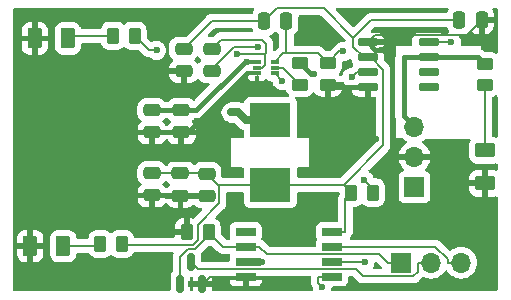
<source format=gtl>
G04 #@! TF.GenerationSoftware,KiCad,Pcbnew,8.0.7*
G04 #@! TF.CreationDate,2025-02-23T01:29:40-05:00*
G04 #@! TF.ProjectId,switched_reg,73776974-6368-4656-945f-7265672e6b69,rev?*
G04 #@! TF.SameCoordinates,Original*
G04 #@! TF.FileFunction,Copper,L1,Top*
G04 #@! TF.FilePolarity,Positive*
%FSLAX46Y46*%
G04 Gerber Fmt 4.6, Leading zero omitted, Abs format (unit mm)*
G04 Created by KiCad (PCBNEW 8.0.7) date 2025-02-23 01:29:40*
%MOMM*%
%LPD*%
G01*
G04 APERTURE LIST*
G04 Aperture macros list*
%AMRoundRect*
0 Rectangle with rounded corners*
0 $1 Rounding radius*
0 $2 $3 $4 $5 $6 $7 $8 $9 X,Y pos of 4 corners*
0 Add a 4 corners polygon primitive as box body*
4,1,4,$2,$3,$4,$5,$6,$7,$8,$9,$2,$3,0*
0 Add four circle primitives for the rounded corners*
1,1,$1+$1,$2,$3*
1,1,$1+$1,$4,$5*
1,1,$1+$1,$6,$7*
1,1,$1+$1,$8,$9*
0 Add four rect primitives between the rounded corners*
20,1,$1+$1,$2,$3,$4,$5,0*
20,1,$1+$1,$4,$5,$6,$7,0*
20,1,$1+$1,$6,$7,$8,$9,0*
20,1,$1+$1,$8,$9,$2,$3,0*%
G04 Aperture macros list end*
G04 #@! TA.AperFunction,SMDPad,CuDef*
%ADD10RoundRect,0.250000X0.450000X-0.262500X0.450000X0.262500X-0.450000X0.262500X-0.450000X-0.262500X0*%
G04 #@! TD*
G04 #@! TA.AperFunction,SMDPad,CuDef*
%ADD11RoundRect,0.150000X-0.725000X-0.150000X0.725000X-0.150000X0.725000X0.150000X-0.725000X0.150000X0*%
G04 #@! TD*
G04 #@! TA.AperFunction,SMDPad,CuDef*
%ADD12RoundRect,0.250000X-0.475000X0.250000X-0.475000X-0.250000X0.475000X-0.250000X0.475000X0.250000X0*%
G04 #@! TD*
G04 #@! TA.AperFunction,SMDPad,CuDef*
%ADD13RoundRect,0.250000X0.262500X0.450000X-0.262500X0.450000X-0.262500X-0.450000X0.262500X-0.450000X0*%
G04 #@! TD*
G04 #@! TA.AperFunction,SMDPad,CuDef*
%ADD14RoundRect,0.250000X-0.450000X0.262500X-0.450000X-0.262500X0.450000X-0.262500X0.450000X0.262500X0*%
G04 #@! TD*
G04 #@! TA.AperFunction,SMDPad,CuDef*
%ADD15RoundRect,0.250000X-0.262500X-0.450000X0.262500X-0.450000X0.262500X0.450000X-0.262500X0.450000X0*%
G04 #@! TD*
G04 #@! TA.AperFunction,SMDPad,CuDef*
%ADD16RoundRect,0.150000X0.150000X-0.587500X0.150000X0.587500X-0.150000X0.587500X-0.150000X-0.587500X0*%
G04 #@! TD*
G04 #@! TA.AperFunction,ComponentPad*
%ADD17R,1.700000X1.700000*%
G04 #@! TD*
G04 #@! TA.AperFunction,ComponentPad*
%ADD18O,1.700000X1.700000*%
G04 #@! TD*
G04 #@! TA.AperFunction,SMDPad,CuDef*
%ADD19RoundRect,0.250000X-0.250000X-0.475000X0.250000X-0.475000X0.250000X0.475000X-0.250000X0.475000X0*%
G04 #@! TD*
G04 #@! TA.AperFunction,SMDPad,CuDef*
%ADD20RoundRect,0.250000X-0.375000X-0.625000X0.375000X-0.625000X0.375000X0.625000X-0.375000X0.625000X0*%
G04 #@! TD*
G04 #@! TA.AperFunction,SMDPad,CuDef*
%ADD21RoundRect,0.250000X0.625000X-0.375000X0.625000X0.375000X-0.625000X0.375000X-0.625000X-0.375000X0*%
G04 #@! TD*
G04 #@! TA.AperFunction,SMDPad,CuDef*
%ADD22R,1.700000X0.650000*%
G04 #@! TD*
G04 #@! TA.AperFunction,SMDPad,CuDef*
%ADD23RoundRect,0.085000X-0.265000X-0.085000X0.265000X-0.085000X0.265000X0.085000X-0.265000X0.085000X0*%
G04 #@! TD*
G04 #@! TA.AperFunction,SMDPad,CuDef*
%ADD24R,3.500000X2.950000*%
G04 #@! TD*
G04 #@! TA.AperFunction,ViaPad*
%ADD25C,0.600000*%
G04 #@! TD*
G04 #@! TA.AperFunction,Conductor*
%ADD26C,0.200000*%
G04 #@! TD*
G04 #@! TA.AperFunction,Conductor*
%ADD27C,0.400000*%
G04 #@! TD*
G04 #@! TA.AperFunction,Conductor*
%ADD28C,0.300000*%
G04 #@! TD*
G04 #@! TA.AperFunction,Conductor*
%ADD29C,0.700000*%
G04 #@! TD*
G04 APERTURE END LIST*
D10*
G04 #@! TO.P,R7,1*
G04 #@! TO.N,Net-(D3-A)*
X208229200Y-79855700D03*
G04 #@! TO.P,R7,2*
G04 #@! TO.N,Vout*
X208229200Y-78030700D03*
G04 #@! TD*
D11*
G04 #@! TO.P,U3,1,GND*
G04 #@! TO.N,GND*
X198329400Y-76200000D03*
G04 #@! TO.P,U3,2,IN*
G04 #@! TO.N,Net-(U2-VCC)*
X198329400Y-77470000D03*
G04 #@! TO.P,U3,3,EN1*
G04 #@! TO.N,Net-(U2-AREF{slash}PB0)*
X198329400Y-78740000D03*
G04 #@! TO.P,U3,4,EN2*
G04 #@! TO.N,GND*
X198329400Y-80010000D03*
G04 #@! TO.P,U3,5,/FLG2*
G04 #@! TO.N,unconnected-(U3-{slash}FLG2-Pad5)*
X203479400Y-80010000D03*
G04 #@! TO.P,U3,6,OUT2*
G04 #@! TO.N,unconnected-(U3-OUT2-Pad6)*
X203479400Y-78740000D03*
G04 #@! TO.P,U3,7,OUT1*
G04 #@! TO.N,Vout*
X203479400Y-77470000D03*
G04 #@! TO.P,U3,8,/FLG1*
G04 #@! TO.N,Net-(U2-PB1)*
X203479400Y-76200000D03*
G04 #@! TD*
D12*
G04 #@! TO.P,C8,1*
G04 #@! TO.N,Net-(U2-VCC)*
X182753000Y-76774000D03*
G04 #@! TO.P,C8,2*
G04 #@! TO.N,GND*
X182753000Y-78674000D03*
G04 #@! TD*
D13*
G04 #@! TO.P,R4,1*
G04 #@! TO.N,MSM_NTSC*
X184859300Y-92303600D03*
G04 #@! TO.P,R4,2*
G04 #@! TO.N,GND*
X183034300Y-92303600D03*
G04 #@! TD*
D12*
G04 #@! TO.P,C2,1*
G04 #@! TO.N,Vin*
X180060600Y-81955600D03*
G04 #@! TO.P,C2,2*
G04 #@! TO.N,GND*
X180060600Y-83855600D03*
G04 #@! TD*
D14*
G04 #@! TO.P,R3,1*
G04 #@! TO.N,Net-(U1-FB)*
X194945000Y-77979900D03*
G04 #@! TO.P,R3,2*
G04 #@! TO.N,GND*
X194945000Y-79804900D03*
G04 #@! TD*
D12*
G04 #@! TO.P,C1,1*
G04 #@! TO.N,Vin*
X182549800Y-81955600D03*
G04 #@! TO.P,C1,2*
G04 #@! TO.N,GND*
X182549800Y-83855600D03*
G04 #@! TD*
D15*
G04 #@! TO.P,R5,1*
G04 #@! TO.N,Net-(D1-A)*
X175693700Y-93294200D03*
G04 #@! TO.P,R5,2*
G04 #@! TO.N,Net-(U2-VCC)*
X177518700Y-93294200D03*
G04 #@! TD*
D12*
G04 #@! TO.P,C6,1*
G04 #@! TO.N,Net-(U2-VCC)*
X182473600Y-87315000D03*
G04 #@! TO.P,C6,2*
G04 #@! TO.N,GND*
X182473600Y-89215000D03*
G04 #@! TD*
G04 #@! TO.P,C7,1*
G04 #@! TO.N,Net-(U2-VCC)*
X184708800Y-87340400D03*
G04 #@! TO.P,C7,2*
G04 #@! TO.N,GND*
X184708800Y-89240400D03*
G04 #@! TD*
D16*
G04 #@! TO.P,Q1,1,G*
G04 #@! TO.N,MSM_NTSC*
X182438000Y-96693200D03*
G04 #@! TO.P,Q1,2,S*
G04 #@! TO.N,GND*
X184338000Y-96693200D03*
G04 #@! TO.P,Q1,3,D*
G04 #@! TO.N,Net-(J2-Pin_2)*
X183388000Y-94818200D03*
G04 #@! TD*
D14*
G04 #@! TO.P,R1,1*
G04 #@! TO.N,Vin*
X192608200Y-77981800D03*
G04 #@! TO.P,R1,2*
G04 #@! TO.N,Net-(U1-EN)*
X192608200Y-79806800D03*
G04 #@! TD*
D17*
G04 #@! TO.P,J2,1,Pin_1*
G04 #@! TO.N,MSM_NTSC*
X201157600Y-94869000D03*
D18*
G04 #@! TO.P,J2,2,Pin_2*
G04 #@! TO.N,Net-(J2-Pin_2)*
X203697600Y-94869000D03*
G04 #@! TO.P,J2,3,Pin_3*
G04 #@! TO.N,{slash}SYSTEM_RESET*
X206237600Y-94869000D03*
G04 #@! TD*
D19*
G04 #@! TO.P,C9,1*
G04 #@! TO.N,Net-(U2-VCC)*
X206085400Y-74320400D03*
G04 #@! TO.P,C9,2*
G04 #@! TO.N,GND*
X207985400Y-74320400D03*
G04 #@! TD*
D20*
G04 #@! TO.P,D2,1,K*
G04 #@! TO.N,GND*
X170148600Y-75895200D03*
G04 #@! TO.P,D2,2,A*
G04 #@! TO.N,Net-(D2-A)*
X172948600Y-75895200D03*
G04 #@! TD*
G04 #@! TO.P,D1,1,K*
G04 #@! TO.N,GND*
X169745200Y-93472000D03*
G04 #@! TO.P,D1,2,A*
G04 #@! TO.N,Net-(D1-A)*
X172545200Y-93472000D03*
G04 #@! TD*
D19*
G04 #@! TO.P,C4,1*
G04 #@! TO.N,Net-(U2-VCC)*
X189550000Y-74422000D03*
G04 #@! TO.P,C4,2*
G04 #@! TO.N,Net-(U1-FB)*
X191450000Y-74422000D03*
G04 #@! TD*
D12*
G04 #@! TO.P,C5,1*
G04 #@! TO.N,Net-(U2-VCC)*
X180060600Y-87289600D03*
G04 #@! TO.P,C5,2*
G04 #@! TO.N,GND*
X180060600Y-89189600D03*
G04 #@! TD*
D21*
G04 #@! TO.P,D3,1,K*
G04 #@! TO.N,GND*
X208280000Y-88166400D03*
G04 #@! TO.P,D3,2,A*
G04 #@! TO.N,Net-(D3-A)*
X208280000Y-85366400D03*
G04 #@! TD*
D22*
G04 #@! TO.P,U2,1,~{RESET}/PB5*
G04 #@! TO.N,unconnected-(U2-~{RESET}{slash}PB5-Pad1)*
X187993000Y-92252800D03*
G04 #@! TO.P,U2,2,XTAL1/PB3*
G04 #@! TO.N,MSM_NTSC*
X187993000Y-93522800D03*
G04 #@! TO.P,U2,3,XTAL2/PB4*
G04 #@! TO.N,Net-(U2-XTAL2{slash}PB4)*
X187993000Y-94792800D03*
G04 #@! TO.P,U2,4,GND*
G04 #@! TO.N,GND*
X187993000Y-96062800D03*
G04 #@! TO.P,U2,5,AREF/PB0*
G04 #@! TO.N,Net-(U2-AREF{slash}PB0)*
X195293000Y-96062800D03*
G04 #@! TO.P,U2,6,PB1*
G04 #@! TO.N,Net-(U2-PB1)*
X195293000Y-94792800D03*
G04 #@! TO.P,U2,7,PB2*
G04 #@! TO.N,{slash}SYSTEM_RESET*
X195293000Y-93522800D03*
G04 #@! TO.P,U2,8,VCC*
G04 #@! TO.N,Net-(U2-VCC)*
X195293000Y-92252800D03*
G04 #@! TD*
D17*
G04 #@! TO.P,J1,1,Pin_1*
G04 #@! TO.N,Vin*
X202285600Y-88468200D03*
D18*
G04 #@! TO.P,J1,2,Pin_2*
G04 #@! TO.N,GND*
X202285600Y-85928200D03*
G04 #@! TO.P,J1,3,Pin_3*
G04 #@! TO.N,Vout*
X202285600Y-83388200D03*
G04 #@! TD*
D15*
G04 #@! TO.P,R2,1*
G04 #@! TO.N,Net-(U2-VCC)*
X196953500Y-88950800D03*
G04 #@! TO.P,R2,2*
G04 #@! TO.N,Net-(U1-FB)*
X198778500Y-88950800D03*
G04 #@! TD*
D13*
G04 #@! TO.P,R6,1*
G04 #@! TO.N,Net-(U2-XTAL2{slash}PB4)*
X178585500Y-75666600D03*
G04 #@! TO.P,R6,2*
G04 #@! TO.N,Net-(D2-A)*
X176760500Y-75666600D03*
G04 #@! TD*
D23*
G04 #@! TO.P,U1,1,VIN*
G04 #@! TO.N,Vin*
X188976000Y-77859000D03*
G04 #@! TO.P,U1,2,SW*
G04 #@! TO.N,Net-(U1-SW)*
X188976000Y-78359000D03*
G04 #@! TO.P,U1,3,GND*
G04 #@! TO.N,GND*
X188976000Y-78859000D03*
G04 #@! TO.P,U1,4,BST*
G04 #@! TO.N,Net-(U1-BST)*
X190476000Y-78859000D03*
G04 #@! TO.P,U1,5,EN*
G04 #@! TO.N,Net-(U1-EN)*
X190476000Y-78359000D03*
G04 #@! TO.P,U1,6,FB*
G04 #@! TO.N,Net-(U1-FB)*
X190476000Y-77859000D03*
G04 #@! TD*
D12*
G04 #@! TO.P,C3,1*
G04 #@! TO.N,Net-(U1-SW)*
X185115200Y-76748600D03*
G04 #@! TO.P,C3,2*
G04 #@! TO.N,Net-(U1-BST)*
X185115200Y-78648600D03*
G04 #@! TD*
D24*
G04 #@! TO.P,L1,1,1*
G04 #@! TO.N,Net-(U1-SW)*
X190093600Y-82829400D03*
G04 #@! TO.P,L1,2,2*
G04 #@! TO.N,Net-(U2-VCC)*
X190093600Y-88279400D03*
G04 #@! TD*
D25*
G04 #@! TO.N,Net-(U2-AREF{slash}PB0)*
X194451300Y-96904500D03*
X196979500Y-79189300D03*
G04 #@! TO.N,Net-(U2-PB1)*
X205400800Y-76200000D03*
X198091300Y-94792800D03*
G04 #@! TO.N,Net-(U2-XTAL2{slash}PB4)*
X189346200Y-94792800D03*
X180445000Y-76890000D03*
G04 #@! TO.N,Net-(U1-FB)*
X196265800Y-76987400D03*
X198039800Y-87874600D03*
G04 #@! TO.N,Net-(U1-SW)*
X187242000Y-77201300D03*
X186790400Y-82160600D03*
G04 #@! TO.N,Net-(U1-BST)*
X191070200Y-79453200D03*
X189067000Y-76589300D03*
G04 #@! TO.N,GND*
X199043200Y-84447600D03*
X199505700Y-76846900D03*
X183388000Y-90734200D03*
X183388000Y-96668100D03*
G04 #@! TO.N,Vin*
X193813400Y-78892400D03*
X188121600Y-77859000D03*
G04 #@! TD*
D26*
G04 #@! TO.N,Net-(U1-FB)*
X196265800Y-76987400D02*
X195937500Y-76987400D01*
X195937500Y-76987400D02*
X194945000Y-77979900D01*
D27*
G04 #@! TO.N,Vout*
X207668500Y-77470000D02*
X208229200Y-78030700D01*
X203479400Y-77470000D02*
X207668500Y-77470000D01*
X201371200Y-82016600D02*
X201371200Y-77495400D01*
X201371200Y-82473800D02*
X201371200Y-82016600D01*
D26*
X201371200Y-77495400D02*
X201422000Y-77444600D01*
D27*
X201447400Y-77470000D02*
X203479400Y-77470000D01*
X202285600Y-83388200D02*
X201371200Y-82473800D01*
D26*
X201422000Y-77444600D02*
X201447400Y-77470000D01*
D28*
G04 #@! TO.N,GND*
X188095000Y-78859000D02*
X188976000Y-78859000D01*
D27*
X183098400Y-83855600D02*
X188095000Y-78859000D01*
D26*
X182549800Y-83855600D02*
X183098400Y-83855600D01*
G04 #@! TO.N,Net-(U2-AREF{slash}PB0)*
X197428800Y-78740000D02*
X198329400Y-78740000D01*
X196979500Y-79189300D02*
X197428800Y-78740000D01*
X194141300Y-96594500D02*
X194451300Y-96904500D01*
X194141300Y-96062800D02*
X194141300Y-96594500D01*
X195293000Y-96062800D02*
X194141300Y-96062800D01*
G04 #@! TO.N,Net-(U2-PB1)*
X195293000Y-94792800D02*
X198091300Y-94792800D01*
X203479400Y-76200000D02*
X205400800Y-76200000D01*
G04 #@! TO.N,Net-(U2-XTAL2{slash}PB4)*
X179808900Y-76890000D02*
X178585500Y-75666600D01*
X180445000Y-76890000D02*
X179808900Y-76890000D01*
G04 #@! TO.N,Net-(U1-EN)*
X191160400Y-78359000D02*
X190476000Y-78359000D01*
X192608200Y-79806800D02*
X191160400Y-78359000D01*
G04 #@! TO.N,Net-(D3-A)*
X208229200Y-85315600D02*
X208229200Y-79855700D01*
X208280000Y-85366400D02*
X208229200Y-85315600D01*
G04 #@! TO.N,MSM_NTSC*
X182438000Y-94391000D02*
X182438000Y-96693200D01*
X183074200Y-93754800D02*
X182438000Y-94391000D01*
X183712900Y-93754800D02*
X183074200Y-93754800D01*
X185011700Y-92456000D02*
X183712900Y-93754800D01*
X184859300Y-92303600D02*
X185011700Y-92456000D01*
X201157600Y-94869000D02*
X200005900Y-94869000D01*
X186078500Y-93522800D02*
X187993000Y-93522800D01*
X185011700Y-92456000D02*
X186078500Y-93522800D01*
X199286400Y-94149500D02*
X200005900Y-94869000D01*
X189771400Y-94149500D02*
X199286400Y-94149500D01*
X189144700Y-93522800D02*
X189771400Y-94149500D01*
X187993000Y-93522800D02*
X189144700Y-93522800D01*
G04 #@! TO.N,Net-(U2-VCC)*
X196444700Y-89459600D02*
X196953500Y-88950800D01*
X196444700Y-92252800D02*
X196444700Y-89459600D01*
X195293000Y-92252800D02*
X196444700Y-92252800D01*
X190093600Y-88279400D02*
X185750600Y-88279400D01*
X185647800Y-88279400D02*
X184708800Y-87340400D01*
X185750600Y-88279400D02*
X185647800Y-88279400D01*
X180060600Y-87289600D02*
X181682500Y-87289600D01*
X184658000Y-87289600D02*
X184708800Y-87340400D01*
X181682500Y-87289600D02*
X184658000Y-87289600D01*
X182448200Y-87289600D02*
X182473600Y-87315000D01*
X181682500Y-87289600D02*
X182448200Y-87289600D01*
X190093600Y-88279400D02*
X192102700Y-88279400D01*
X185105000Y-74422000D02*
X189550000Y-74422000D01*
X182753000Y-76774000D02*
X185105000Y-74422000D01*
X198632600Y-74320400D02*
X197119600Y-75833400D01*
X206085400Y-74320400D02*
X198632600Y-74320400D01*
X194620500Y-73334300D02*
X197119600Y-75833400D01*
X190637700Y-73334300D02*
X194620500Y-73334300D01*
X189550000Y-74422000D02*
X190637700Y-73334300D01*
X192102700Y-88279400D02*
X196282100Y-88279400D01*
X196282100Y-88279400D02*
X196953500Y-88950800D01*
X198588300Y-77470000D02*
X198329400Y-77470000D01*
X199644900Y-78526600D02*
X198588300Y-77470000D01*
X199644900Y-84916600D02*
X199644900Y-78526600D01*
X196282100Y-88279400D02*
X199644900Y-84916600D01*
X197119600Y-76581700D02*
X197119600Y-75833400D01*
X198007900Y-77470000D02*
X197119600Y-76581700D01*
X198329400Y-77470000D02*
X198007900Y-77470000D01*
X177577600Y-93353100D02*
X177518700Y-93294200D01*
X183540100Y-93353100D02*
X177577600Y-93353100D01*
X183946800Y-92946400D02*
X183540100Y-93353100D01*
X183946800Y-91666600D02*
X183946800Y-92946400D01*
X185750600Y-89862800D02*
X183946800Y-91666600D01*
X185750600Y-88279400D02*
X185750600Y-89862800D01*
G04 #@! TO.N,Net-(U1-FB)*
X198778500Y-88613300D02*
X198039800Y-87874600D01*
X198778500Y-88950800D02*
X198778500Y-88613300D01*
X191450000Y-77166600D02*
X191450000Y-74422000D01*
X194131700Y-77166600D02*
X191450000Y-77166600D01*
X194945000Y-77979900D02*
X194131700Y-77166600D01*
X191168400Y-77166600D02*
X190476000Y-77859000D01*
X191450000Y-77166600D02*
X191168400Y-77166600D01*
D29*
G04 #@! TO.N,Net-(U1-SW)*
X190093600Y-82829400D02*
X188041900Y-82829400D01*
X187373100Y-82160600D02*
X186790400Y-82160600D01*
X188041900Y-82829400D02*
X187373100Y-82160600D01*
D26*
X189397700Y-78359000D02*
X188976000Y-78359000D01*
X189637500Y-78119200D02*
X189397700Y-78359000D01*
X189637500Y-77201300D02*
X189637500Y-78119200D01*
X189717400Y-77121400D02*
X189637500Y-77201300D01*
X189717400Y-76338100D02*
X189717400Y-77121400D01*
X189361300Y-75982000D02*
X189717400Y-76338100D01*
X185881800Y-75982000D02*
X189361300Y-75982000D01*
X185115200Y-76748600D02*
X185881800Y-75982000D01*
X189637500Y-77201300D02*
X187242000Y-77201300D01*
G04 #@! TO.N,Net-(U1-BST)*
X190476000Y-78859000D02*
X191070200Y-79453200D01*
X185115200Y-78477300D02*
X185115200Y-78648600D01*
X187003200Y-76589300D02*
X185115200Y-78477300D01*
X189067000Y-76589300D02*
X187003200Y-76589300D01*
G04 #@! TO.N,Net-(J2-Pin_2)*
X183989400Y-95419600D02*
X183388000Y-94818200D01*
X197334400Y-95419600D02*
X183989400Y-95419600D01*
X197935500Y-96020700D02*
X197334400Y-95419600D01*
X202186000Y-96020700D02*
X197935500Y-96020700D01*
X202545900Y-95660800D02*
X202186000Y-96020700D01*
X202545900Y-94869000D02*
X202545900Y-95660800D01*
X203697600Y-94869000D02*
X202545900Y-94869000D01*
G04 #@! TO.N,{slash}SYSTEM_RESET*
X206237600Y-94869000D02*
X205085900Y-94869000D01*
X204008200Y-93522800D02*
X195293000Y-93522800D01*
X205085900Y-94600500D02*
X204008200Y-93522800D01*
X205085900Y-94869000D02*
X205085900Y-94600500D01*
G04 #@! TO.N,Net-(D2-A)*
X173177200Y-75666600D02*
X172948600Y-75895200D01*
X176760500Y-75666600D02*
X173177200Y-75666600D01*
G04 #@! TO.N,Net-(D1-A)*
X175515900Y-93472000D02*
X175693700Y-93294200D01*
X172545200Y-93472000D02*
X175515900Y-93472000D01*
G04 #@! TO.N,GND*
X182984100Y-92253400D02*
X183034300Y-92303600D01*
X182473600Y-92253400D02*
X182984100Y-92253400D01*
X182499000Y-89240400D02*
X182473600Y-89215000D01*
D27*
X184708800Y-89240400D02*
X182499000Y-89240400D01*
D26*
X182448200Y-89189600D02*
X182473600Y-89215000D01*
D27*
X180060600Y-89189600D02*
X182448200Y-89189600D01*
D26*
X180060600Y-83855600D02*
X182549800Y-83855600D01*
D27*
X195150100Y-80010000D02*
X198329400Y-80010000D01*
D26*
X194945000Y-79804900D02*
X195150100Y-80010000D01*
X198934300Y-75595100D02*
X198329400Y-76200000D01*
X206710700Y-75595100D02*
X198934300Y-75595100D01*
X207985400Y-74320400D02*
X206710700Y-75595100D01*
D27*
X198976300Y-76846900D02*
X198329400Y-76200000D01*
X199505700Y-76846900D02*
X198976300Y-76846900D01*
D26*
X187993000Y-96062800D02*
X186841300Y-96062800D01*
X198772300Y-84447600D02*
X199043200Y-84447600D01*
X183388000Y-96668100D02*
X184338000Y-96668100D01*
X184338000Y-96693200D02*
X184338000Y-96668100D01*
X184943300Y-96062800D02*
X186841300Y-96062800D01*
X184338000Y-96668100D02*
X184943300Y-96062800D01*
D27*
G04 #@! TO.N,Vin*
X182549800Y-81955600D02*
X180060600Y-81955600D01*
X193518800Y-78892400D02*
X192608200Y-77981800D01*
X193813400Y-78892400D02*
X193518800Y-78892400D01*
D26*
X187916800Y-77859000D02*
X188121600Y-77859000D01*
D27*
X183820200Y-81955600D02*
X187916800Y-77859000D01*
X182549800Y-81955600D02*
X183820200Y-81955600D01*
D28*
X188121600Y-77859000D02*
X188976000Y-77859000D01*
D29*
G04 #@! TO.N,Net-(U2-XTAL2{slash}PB4)*
X187993000Y-94792800D02*
X189144700Y-94792800D01*
D26*
X189144700Y-94792800D02*
X189346200Y-94792800D01*
G04 #@! TD*
G04 #@! TA.AperFunction,Conductor*
G04 #@! TO.N,GND*
G36*
X188668016Y-73310185D02*
G01*
X188713771Y-73362989D01*
X188723715Y-73432147D01*
X188706517Y-73479593D01*
X188677859Y-73526057D01*
X188615187Y-73627663D01*
X188615185Y-73627668D01*
X188579121Y-73736504D01*
X188539348Y-73793949D01*
X188474833Y-73820772D01*
X188461415Y-73821500D01*
X185184057Y-73821500D01*
X185025942Y-73821500D01*
X184873215Y-73862423D01*
X184873214Y-73862423D01*
X184873212Y-73862424D01*
X184873209Y-73862425D01*
X184823096Y-73891359D01*
X184823095Y-73891360D01*
X184779689Y-73916420D01*
X184736285Y-73941479D01*
X184736282Y-73941481D01*
X184624478Y-74053286D01*
X182940582Y-75737181D01*
X182879259Y-75770666D01*
X182852901Y-75773500D01*
X182227998Y-75773500D01*
X182227980Y-75773501D01*
X182125203Y-75784000D01*
X182125200Y-75784001D01*
X181958668Y-75839185D01*
X181958663Y-75839187D01*
X181809342Y-75931289D01*
X181685289Y-76055342D01*
X181593187Y-76204663D01*
X181593186Y-76204666D01*
X181538001Y-76371203D01*
X181538001Y-76371204D01*
X181538000Y-76371204D01*
X181527500Y-76473983D01*
X181527500Y-77074001D01*
X181527501Y-77074019D01*
X181538000Y-77176796D01*
X181538001Y-77176799D01*
X181593185Y-77343331D01*
X181593187Y-77343336D01*
X181606232Y-77364485D01*
X181685288Y-77492656D01*
X181809344Y-77616712D01*
X181811758Y-77618201D01*
X181812653Y-77618753D01*
X181814445Y-77620746D01*
X181815011Y-77621193D01*
X181814934Y-77621289D01*
X181859379Y-77670699D01*
X181870603Y-77739661D01*
X181842761Y-77803744D01*
X181812665Y-77829826D01*
X181809660Y-77831679D01*
X181809655Y-77831683D01*
X181685684Y-77955654D01*
X181593643Y-78104875D01*
X181593641Y-78104880D01*
X181538494Y-78271302D01*
X181538493Y-78271309D01*
X181528000Y-78374013D01*
X181528000Y-78424000D01*
X182629000Y-78424000D01*
X182696039Y-78443685D01*
X182741794Y-78496489D01*
X182753000Y-78548000D01*
X182753000Y-78674000D01*
X182879000Y-78674000D01*
X182946039Y-78693685D01*
X182991794Y-78746489D01*
X183003000Y-78798000D01*
X183003000Y-79673999D01*
X183277972Y-79673999D01*
X183277986Y-79673998D01*
X183380697Y-79663505D01*
X183547119Y-79608358D01*
X183547124Y-79608356D01*
X183696345Y-79516315D01*
X183820316Y-79392344D01*
X183820317Y-79392342D01*
X183836099Y-79366756D01*
X183888045Y-79320030D01*
X183957008Y-79308806D01*
X184021090Y-79336648D01*
X184042826Y-79361731D01*
X184043007Y-79361589D01*
X184046170Y-79365589D01*
X184047175Y-79366749D01*
X184047488Y-79367256D01*
X184171544Y-79491312D01*
X184320866Y-79583414D01*
X184487403Y-79638599D01*
X184590191Y-79649100D01*
X184836681Y-79649099D01*
X184903719Y-79668783D01*
X184949474Y-79721587D01*
X184959418Y-79790746D01*
X184930393Y-79854301D01*
X184924361Y-79860780D01*
X183670536Y-81114606D01*
X183609213Y-81148091D01*
X183539521Y-81143107D01*
X183499236Y-81117217D01*
X183499119Y-81117366D01*
X183497601Y-81116166D01*
X183495174Y-81114606D01*
X183493457Y-81112889D01*
X183493456Y-81112888D01*
X183344134Y-81020786D01*
X183177597Y-80965601D01*
X183177595Y-80965600D01*
X183074810Y-80955100D01*
X182024798Y-80955100D01*
X182024780Y-80955101D01*
X181922003Y-80965600D01*
X181922000Y-80965601D01*
X181755468Y-81020785D01*
X181755463Y-81020787D01*
X181606145Y-81112887D01*
X181500250Y-81218782D01*
X181438927Y-81252266D01*
X181412569Y-81255100D01*
X181197831Y-81255100D01*
X181130792Y-81235415D01*
X181110150Y-81218782D01*
X181093655Y-81202287D01*
X181004256Y-81112888D01*
X180854934Y-81020786D01*
X180688397Y-80965601D01*
X180688395Y-80965600D01*
X180585610Y-80955100D01*
X179535598Y-80955100D01*
X179535580Y-80955101D01*
X179432803Y-80965600D01*
X179432800Y-80965601D01*
X179266268Y-81020785D01*
X179266263Y-81020787D01*
X179116942Y-81112889D01*
X178992889Y-81236942D01*
X178900787Y-81386263D01*
X178900785Y-81386268D01*
X178879085Y-81451755D01*
X178845601Y-81552803D01*
X178845601Y-81552804D01*
X178845600Y-81552804D01*
X178835100Y-81655583D01*
X178835100Y-82255601D01*
X178835101Y-82255619D01*
X178845600Y-82358396D01*
X178845601Y-82358399D01*
X178892428Y-82499711D01*
X178900786Y-82524934D01*
X178992888Y-82674256D01*
X179116944Y-82798312D01*
X179120228Y-82800337D01*
X179120253Y-82800353D01*
X179122045Y-82802346D01*
X179122611Y-82802793D01*
X179122534Y-82802889D01*
X179166979Y-82852299D01*
X179178203Y-82921261D01*
X179150361Y-82985344D01*
X179120265Y-83011426D01*
X179117260Y-83013279D01*
X179117255Y-83013283D01*
X178993284Y-83137254D01*
X178901243Y-83286475D01*
X178901241Y-83286480D01*
X178846094Y-83452902D01*
X178846093Y-83452909D01*
X178835600Y-83555613D01*
X178835600Y-83605600D01*
X183774799Y-83605600D01*
X183774799Y-83555628D01*
X183774798Y-83555613D01*
X183764305Y-83452902D01*
X183709158Y-83286480D01*
X183709156Y-83286475D01*
X183617115Y-83137254D01*
X183493144Y-83013283D01*
X183493141Y-83013281D01*
X183490139Y-83011429D01*
X183488513Y-83009621D01*
X183487477Y-83008802D01*
X183487617Y-83008624D01*
X183443417Y-82959480D01*
X183432197Y-82890517D01*
X183460043Y-82826436D01*
X183490144Y-82800354D01*
X183493456Y-82798312D01*
X183599350Y-82692418D01*
X183660673Y-82658934D01*
X183687031Y-82656100D01*
X183889196Y-82656100D01*
X183980240Y-82637989D01*
X184024528Y-82629180D01*
X184088269Y-82602777D01*
X184152007Y-82576377D01*
X184152008Y-82576376D01*
X184152011Y-82576375D01*
X184266743Y-82499714D01*
X188024741Y-78741714D01*
X188086062Y-78708231D01*
X188155754Y-78713215D01*
X188210795Y-78753909D01*
X188268810Y-78829514D01*
X188294004Y-78894681D01*
X188279967Y-78963126D01*
X188231153Y-79013116D01*
X188170434Y-79029000D01*
X188132142Y-79029000D01*
X188141057Y-79096715D01*
X188141058Y-79096719D01*
X188200000Y-79239019D01*
X188200000Y-79239020D01*
X188293773Y-79361226D01*
X188415980Y-79454999D01*
X188558280Y-79513941D01*
X188558285Y-79513943D01*
X188672655Y-79529000D01*
X188806000Y-79529000D01*
X188806000Y-79153499D01*
X188825685Y-79086460D01*
X188878489Y-79040705D01*
X188929997Y-79029499D01*
X189022001Y-79029499D01*
X189089039Y-79049184D01*
X189134794Y-79101988D01*
X189146000Y-79153499D01*
X189146000Y-79529000D01*
X189279345Y-79529000D01*
X189393714Y-79513943D01*
X189393719Y-79513941D01*
X189536019Y-79454999D01*
X189536020Y-79454999D01*
X189650103Y-79367460D01*
X189715273Y-79342266D01*
X189783717Y-79356304D01*
X189801070Y-79367456D01*
X189915724Y-79455433D01*
X190058154Y-79514429D01*
X190172627Y-79529500D01*
X190176652Y-79530030D01*
X190176450Y-79531559D01*
X190236042Y-79553350D01*
X190278273Y-79609013D01*
X190282373Y-79625865D01*
X190283280Y-79625659D01*
X190284829Y-79632446D01*
X190344410Y-79802721D01*
X190395481Y-79884000D01*
X190440384Y-79955462D01*
X190567938Y-80083016D01*
X190720678Y-80178989D01*
X190726397Y-80180990D01*
X190890945Y-80238568D01*
X190890950Y-80238569D01*
X191070196Y-80258765D01*
X191070200Y-80258765D01*
X191070204Y-80258765D01*
X191249448Y-80238569D01*
X191249448Y-80238568D01*
X191249455Y-80238568D01*
X191286558Y-80225584D01*
X191356331Y-80222022D01*
X191416960Y-80256749D01*
X191445215Y-80303621D01*
X191473386Y-80388634D01*
X191564124Y-80535745D01*
X191565489Y-80537957D01*
X191669751Y-80642219D01*
X191703236Y-80703542D01*
X191698252Y-80773234D01*
X191656380Y-80829167D01*
X191590916Y-80853584D01*
X191582070Y-80853900D01*
X188295729Y-80853900D01*
X188295723Y-80853901D01*
X188236116Y-80860308D01*
X188101271Y-80910602D01*
X188101264Y-80910606D01*
X187986055Y-80996852D01*
X187986052Y-80996855D01*
X187899806Y-81112064D01*
X187899802Y-81112071D01*
X187849508Y-81246916D01*
X187847613Y-81264548D01*
X187820874Y-81329098D01*
X187763481Y-81368945D01*
X187693655Y-81371438D01*
X187676874Y-81365852D01*
X187650760Y-81355036D01*
X187650758Y-81355034D01*
X187650758Y-81355035D01*
X187621182Y-81342784D01*
X187621174Y-81342782D01*
X187456871Y-81310100D01*
X187456867Y-81310100D01*
X186706633Y-81310100D01*
X186706628Y-81310100D01*
X186542325Y-81342782D01*
X186542317Y-81342784D01*
X186387539Y-81406895D01*
X186248237Y-81499973D01*
X186129773Y-81618437D01*
X186036695Y-81757739D01*
X185972584Y-81912517D01*
X185972582Y-81912525D01*
X185939900Y-82076828D01*
X185939900Y-82244371D01*
X185972582Y-82408674D01*
X185972584Y-82408682D01*
X186036695Y-82563460D01*
X186129773Y-82702762D01*
X186248237Y-82821226D01*
X186340894Y-82883137D01*
X186387537Y-82914303D01*
X186542318Y-82978416D01*
X186706628Y-83011099D01*
X186706632Y-83011100D01*
X186706633Y-83011100D01*
X186969449Y-83011100D01*
X187036488Y-83030785D01*
X187057130Y-83047419D01*
X187499734Y-83490024D01*
X187499738Y-83490027D01*
X187639032Y-83583101D01*
X187639033Y-83583101D01*
X187639037Y-83583104D01*
X187736824Y-83623608D01*
X187736825Y-83623608D01*
X187736826Y-83623609D01*
X187766552Y-83635922D01*
X187820956Y-83679763D01*
X187843021Y-83746057D01*
X187843100Y-83750483D01*
X187843101Y-84180400D01*
X187823417Y-84247439D01*
X187770613Y-84293194D01*
X187719101Y-84304400D01*
X186793600Y-84304400D01*
X186793600Y-86804400D01*
X187719100Y-86804400D01*
X187786139Y-86824085D01*
X187831894Y-86876889D01*
X187843100Y-86928400D01*
X187843100Y-87554900D01*
X187823415Y-87621939D01*
X187770611Y-87667694D01*
X187719100Y-87678900D01*
X186058300Y-87678900D01*
X185991261Y-87659215D01*
X185945506Y-87606411D01*
X185934300Y-87554900D01*
X185934299Y-87040398D01*
X185934298Y-87040380D01*
X185923799Y-86937603D01*
X185923798Y-86937600D01*
X185906966Y-86886804D01*
X185868614Y-86771066D01*
X185776512Y-86621744D01*
X185652456Y-86497688D01*
X185503134Y-86405586D01*
X185336597Y-86350401D01*
X185336595Y-86350400D01*
X185233810Y-86339900D01*
X184183798Y-86339900D01*
X184183780Y-86339901D01*
X184081003Y-86350400D01*
X184081000Y-86350401D01*
X183914468Y-86405585D01*
X183914463Y-86405587D01*
X183765142Y-86497689D01*
X183691581Y-86571251D01*
X183630258Y-86604736D01*
X183560566Y-86599752D01*
X183516219Y-86571251D01*
X183417257Y-86472289D01*
X183417256Y-86472288D01*
X183290533Y-86394125D01*
X183267936Y-86380187D01*
X183267931Y-86380185D01*
X183266462Y-86379698D01*
X183101397Y-86325001D01*
X183101395Y-86325000D01*
X182998610Y-86314500D01*
X181948598Y-86314500D01*
X181948580Y-86314501D01*
X181845803Y-86325000D01*
X181845800Y-86325001D01*
X181679268Y-86380185D01*
X181679263Y-86380187D01*
X181529942Y-86472289D01*
X181405887Y-86596344D01*
X181385008Y-86630196D01*
X181333060Y-86676921D01*
X181279469Y-86689100D01*
X181270398Y-86689100D01*
X181203359Y-86669415D01*
X181164859Y-86630197D01*
X181128312Y-86570944D01*
X181004256Y-86446888D01*
X180854934Y-86354786D01*
X180688397Y-86299601D01*
X180688395Y-86299600D01*
X180585610Y-86289100D01*
X179535598Y-86289100D01*
X179535580Y-86289101D01*
X179432803Y-86299600D01*
X179432800Y-86299601D01*
X179266268Y-86354785D01*
X179266263Y-86354787D01*
X179116942Y-86446889D01*
X178992889Y-86570942D01*
X178900787Y-86720263D01*
X178900785Y-86720268D01*
X178883952Y-86771068D01*
X178845601Y-86886803D01*
X178845601Y-86886804D01*
X178845600Y-86886804D01*
X178835100Y-86989583D01*
X178835100Y-87589601D01*
X178835101Y-87589619D01*
X178845600Y-87692396D01*
X178845601Y-87692399D01*
X178886554Y-87815985D01*
X178900786Y-87858934D01*
X178992888Y-88008256D01*
X179116944Y-88132312D01*
X179120228Y-88134337D01*
X179120253Y-88134353D01*
X179122045Y-88136346D01*
X179122611Y-88136793D01*
X179122534Y-88136889D01*
X179166979Y-88186299D01*
X179178203Y-88255261D01*
X179150361Y-88319344D01*
X179120265Y-88345426D01*
X179117260Y-88347279D01*
X179117255Y-88347283D01*
X178993284Y-88471254D01*
X178901243Y-88620475D01*
X178901241Y-88620480D01*
X178846094Y-88786902D01*
X178846093Y-88786909D01*
X178835600Y-88889613D01*
X178835600Y-88939600D01*
X181338838Y-88939600D01*
X181405877Y-88959285D01*
X181412969Y-88965000D01*
X183751838Y-88965000D01*
X183818877Y-88984685D01*
X183825969Y-88990400D01*
X184584800Y-88990400D01*
X184651839Y-89010085D01*
X184697594Y-89062889D01*
X184708800Y-89114400D01*
X184708800Y-89366400D01*
X184689115Y-89433439D01*
X184636311Y-89479194D01*
X184584800Y-89490400D01*
X183430562Y-89490400D01*
X183363523Y-89470715D01*
X183356431Y-89465000D01*
X182723600Y-89465000D01*
X182723600Y-90214999D01*
X182998572Y-90214999D01*
X182998586Y-90214998D01*
X183101297Y-90204505D01*
X183267719Y-90149358D01*
X183267724Y-90149356D01*
X183416945Y-90057315D01*
X183490819Y-89983442D01*
X183552142Y-89949957D01*
X183621834Y-89954941D01*
X183666181Y-89983442D01*
X183765454Y-90082715D01*
X183914675Y-90174756D01*
X183914680Y-90174758D01*
X184081102Y-90229905D01*
X184081109Y-90229906D01*
X184183819Y-90240399D01*
X184224398Y-90240399D01*
X184291438Y-90260082D01*
X184337194Y-90312885D01*
X184347139Y-90382043D01*
X184318116Y-90445600D01*
X184312082Y-90452080D01*
X183654230Y-91109932D01*
X183592907Y-91143417D01*
X183527545Y-91139957D01*
X183449497Y-91114094D01*
X183449490Y-91114093D01*
X183346786Y-91103600D01*
X183284300Y-91103600D01*
X183284300Y-92179600D01*
X183264615Y-92246639D01*
X183211811Y-92292394D01*
X183160300Y-92303600D01*
X183034300Y-92303600D01*
X183034300Y-92429600D01*
X183014615Y-92496639D01*
X182961811Y-92542394D01*
X182910300Y-92553600D01*
X182021801Y-92553600D01*
X182021801Y-92628600D01*
X182002116Y-92695639D01*
X181949312Y-92741394D01*
X181897801Y-92752600D01*
X178631019Y-92752600D01*
X178563980Y-92732915D01*
X178518225Y-92680111D01*
X178513313Y-92667604D01*
X178498038Y-92621509D01*
X178466014Y-92524866D01*
X178373912Y-92375544D01*
X178249856Y-92251488D01*
X178133306Y-92179600D01*
X178100536Y-92159387D01*
X178100531Y-92159385D01*
X178099062Y-92158898D01*
X177933997Y-92104201D01*
X177933995Y-92104200D01*
X177831210Y-92093700D01*
X177206198Y-92093700D01*
X177206180Y-92093701D01*
X177103403Y-92104200D01*
X177103400Y-92104201D01*
X176936868Y-92159385D01*
X176936863Y-92159387D01*
X176787542Y-92251489D01*
X176693881Y-92345151D01*
X176632558Y-92378636D01*
X176562866Y-92373652D01*
X176518519Y-92345151D01*
X176424857Y-92251489D01*
X176424856Y-92251488D01*
X176308306Y-92179600D01*
X176275536Y-92159387D01*
X176275531Y-92159385D01*
X176274062Y-92158898D01*
X176108997Y-92104201D01*
X176108995Y-92104200D01*
X176006210Y-92093700D01*
X175381198Y-92093700D01*
X175381180Y-92093701D01*
X175278403Y-92104200D01*
X175278400Y-92104201D01*
X175111868Y-92159385D01*
X175111863Y-92159387D01*
X174962542Y-92251489D01*
X174838489Y-92375542D01*
X174746387Y-92524863D01*
X174746385Y-92524868D01*
X174691201Y-92691404D01*
X174691200Y-92691405D01*
X174684182Y-92760103D01*
X174657785Y-92824795D01*
X174600604Y-92864946D01*
X174560824Y-92871500D01*
X173790289Y-92871500D01*
X173723250Y-92851815D01*
X173677495Y-92799011D01*
X173666931Y-92760102D01*
X173664153Y-92732915D01*
X173660199Y-92694203D01*
X173605014Y-92527666D01*
X173512912Y-92378344D01*
X173388856Y-92254288D01*
X173239534Y-92162186D01*
X173072997Y-92107001D01*
X173072995Y-92107000D01*
X172970210Y-92096500D01*
X172120198Y-92096500D01*
X172120180Y-92096501D01*
X172017403Y-92107000D01*
X172017400Y-92107001D01*
X171850868Y-92162185D01*
X171850863Y-92162187D01*
X171701542Y-92254289D01*
X171577489Y-92378342D01*
X171485387Y-92527663D01*
X171485385Y-92527668D01*
X171476792Y-92553600D01*
X171430201Y-92694203D01*
X171430201Y-92694204D01*
X171430200Y-92694204D01*
X171419700Y-92796983D01*
X171419700Y-94147001D01*
X171419701Y-94147018D01*
X171430200Y-94249796D01*
X171430201Y-94249799D01*
X171485385Y-94416331D01*
X171485387Y-94416336D01*
X171493206Y-94429012D01*
X171577488Y-94565656D01*
X171701544Y-94689712D01*
X171850866Y-94781814D01*
X172017403Y-94836999D01*
X172120191Y-94847500D01*
X172970208Y-94847499D01*
X172970216Y-94847498D01*
X172970219Y-94847498D01*
X173026502Y-94841748D01*
X173072997Y-94836999D01*
X173239534Y-94781814D01*
X173388856Y-94689712D01*
X173512912Y-94565656D01*
X173605014Y-94416334D01*
X173660199Y-94249797D01*
X173665717Y-94195789D01*
X173666932Y-94183897D01*
X173693329Y-94119205D01*
X173750510Y-94079054D01*
X173790290Y-94072500D01*
X174682709Y-94072500D01*
X174749748Y-94092185D01*
X174788246Y-94131401D01*
X174838488Y-94212856D01*
X174962544Y-94336912D01*
X175111866Y-94429014D01*
X175278403Y-94484199D01*
X175381191Y-94494700D01*
X176006208Y-94494699D01*
X176006216Y-94494698D01*
X176006219Y-94494698D01*
X176062502Y-94488948D01*
X176108997Y-94484199D01*
X176275534Y-94429014D01*
X176424856Y-94336912D01*
X176518519Y-94243249D01*
X176579842Y-94209764D01*
X176649534Y-94214748D01*
X176693881Y-94243249D01*
X176787544Y-94336912D01*
X176936866Y-94429014D01*
X177103403Y-94484199D01*
X177206191Y-94494700D01*
X177831208Y-94494699D01*
X177831216Y-94494698D01*
X177831219Y-94494698D01*
X177887502Y-94488948D01*
X177933997Y-94484199D01*
X178100534Y-94429014D01*
X178249856Y-94336912D01*
X178373912Y-94212856D01*
X178466014Y-94063534D01*
X178473507Y-94040923D01*
X178474279Y-94038594D01*
X178514052Y-93981150D01*
X178578568Y-93954328D01*
X178591984Y-93953600D01*
X181782360Y-93953600D01*
X181849399Y-93973285D01*
X181895154Y-94026089D01*
X181905098Y-94095247D01*
X181889747Y-94139600D01*
X181878424Y-94159211D01*
X181878423Y-94159212D01*
X181854151Y-94249797D01*
X181837499Y-94311943D01*
X181837499Y-94311945D01*
X181837499Y-94480046D01*
X181837500Y-94480059D01*
X181837500Y-95584891D01*
X181817815Y-95651930D01*
X181801181Y-95672572D01*
X181769923Y-95703829D01*
X181769917Y-95703837D01*
X181686255Y-95845303D01*
X181686254Y-95845306D01*
X181640402Y-96003126D01*
X181640401Y-96003132D01*
X181637500Y-96039998D01*
X181637500Y-97165500D01*
X181617815Y-97232539D01*
X181565011Y-97278294D01*
X181513500Y-97289500D01*
X168448100Y-97289500D01*
X168381061Y-97269815D01*
X168335306Y-97217011D01*
X168324100Y-97165500D01*
X168324100Y-94146986D01*
X168620201Y-94146986D01*
X168630694Y-94249697D01*
X168685841Y-94416119D01*
X168685843Y-94416124D01*
X168777884Y-94565345D01*
X168901854Y-94689315D01*
X169051075Y-94781356D01*
X169051080Y-94781358D01*
X169217502Y-94836505D01*
X169217509Y-94836506D01*
X169320219Y-94846999D01*
X169495199Y-94846999D01*
X169995200Y-94846999D01*
X170170172Y-94846999D01*
X170170186Y-94846998D01*
X170272897Y-94836505D01*
X170439319Y-94781358D01*
X170439324Y-94781356D01*
X170588545Y-94689315D01*
X170712515Y-94565345D01*
X170804556Y-94416124D01*
X170804558Y-94416119D01*
X170859705Y-94249697D01*
X170859706Y-94249690D01*
X170870199Y-94146986D01*
X170870200Y-94146973D01*
X170870200Y-93722000D01*
X169995200Y-93722000D01*
X169995200Y-94846999D01*
X169495199Y-94846999D01*
X169495200Y-94846998D01*
X169495200Y-93722000D01*
X168620201Y-93722000D01*
X168620201Y-94146986D01*
X168324100Y-94146986D01*
X168324100Y-92797013D01*
X168620200Y-92797013D01*
X168620200Y-93222000D01*
X169495200Y-93222000D01*
X169995200Y-93222000D01*
X170870199Y-93222000D01*
X170870199Y-92797028D01*
X170870198Y-92797013D01*
X170859705Y-92694302D01*
X170804558Y-92527880D01*
X170804556Y-92527875D01*
X170712515Y-92378654D01*
X170588545Y-92254684D01*
X170439324Y-92162643D01*
X170439319Y-92162641D01*
X170272897Y-92107494D01*
X170272890Y-92107493D01*
X170170186Y-92097000D01*
X169995200Y-92097000D01*
X169995200Y-93222000D01*
X169495200Y-93222000D01*
X169495200Y-92097000D01*
X169320229Y-92097000D01*
X169320212Y-92097001D01*
X169217502Y-92107494D01*
X169051080Y-92162641D01*
X169051075Y-92162643D01*
X168901854Y-92254684D01*
X168777884Y-92378654D01*
X168685843Y-92527875D01*
X168685841Y-92527880D01*
X168630694Y-92694302D01*
X168630693Y-92694309D01*
X168620200Y-92797013D01*
X168324100Y-92797013D01*
X168324100Y-91803613D01*
X182021800Y-91803613D01*
X182021800Y-92053600D01*
X182784300Y-92053600D01*
X182784300Y-91103600D01*
X182784299Y-91103599D01*
X182721828Y-91103600D01*
X182721811Y-91103601D01*
X182619102Y-91114094D01*
X182452680Y-91169241D01*
X182452675Y-91169243D01*
X182303454Y-91261284D01*
X182179484Y-91385254D01*
X182087443Y-91534475D01*
X182087441Y-91534480D01*
X182032294Y-91700902D01*
X182032293Y-91700909D01*
X182021800Y-91803613D01*
X168324100Y-91803613D01*
X168324100Y-89489586D01*
X178835601Y-89489586D01*
X178846094Y-89592297D01*
X178901241Y-89758719D01*
X178901243Y-89758724D01*
X178993284Y-89907945D01*
X179117254Y-90031915D01*
X179266475Y-90123956D01*
X179266480Y-90123958D01*
X179432902Y-90179105D01*
X179432909Y-90179106D01*
X179535619Y-90189599D01*
X179810599Y-90189599D01*
X180310600Y-90189599D01*
X180585572Y-90189599D01*
X180585586Y-90189598D01*
X180688297Y-90179105D01*
X180854719Y-90123958D01*
X180854724Y-90123956D01*
X181003945Y-90031915D01*
X181127915Y-89907945D01*
X181153726Y-89866099D01*
X181205674Y-89819373D01*
X181274636Y-89808150D01*
X181338719Y-89835993D01*
X181364805Y-89866097D01*
X181406284Y-89933345D01*
X181530254Y-90057315D01*
X181679475Y-90149356D01*
X181679480Y-90149358D01*
X181845902Y-90204505D01*
X181845909Y-90204506D01*
X181948619Y-90214999D01*
X182223599Y-90214999D01*
X182223600Y-90214998D01*
X182223600Y-89465000D01*
X181195362Y-89465000D01*
X181128323Y-89445315D01*
X181121231Y-89439600D01*
X180310600Y-89439600D01*
X180310600Y-90189599D01*
X179810599Y-90189599D01*
X179810600Y-90189598D01*
X179810600Y-89439600D01*
X178835601Y-89439600D01*
X178835601Y-89489586D01*
X168324100Y-89489586D01*
X168324100Y-84155586D01*
X178835601Y-84155586D01*
X178846094Y-84258297D01*
X178901241Y-84424719D01*
X178901243Y-84424724D01*
X178993284Y-84573945D01*
X179117254Y-84697915D01*
X179266475Y-84789956D01*
X179266480Y-84789958D01*
X179432902Y-84845105D01*
X179432909Y-84845106D01*
X179535619Y-84855599D01*
X179810599Y-84855599D01*
X180310600Y-84855599D01*
X180585572Y-84855599D01*
X180585586Y-84855598D01*
X180688297Y-84845105D01*
X180854719Y-84789958D01*
X180854724Y-84789956D01*
X181003945Y-84697915D01*
X181127915Y-84573945D01*
X181199661Y-84457627D01*
X181251609Y-84410903D01*
X181320571Y-84399680D01*
X181384654Y-84427524D01*
X181410739Y-84457627D01*
X181482484Y-84573945D01*
X181606454Y-84697915D01*
X181755675Y-84789956D01*
X181755680Y-84789958D01*
X181922102Y-84845105D01*
X181922109Y-84845106D01*
X182024819Y-84855599D01*
X182299799Y-84855599D01*
X182799800Y-84855599D01*
X183074772Y-84855599D01*
X183074786Y-84855598D01*
X183177497Y-84845105D01*
X183343919Y-84789958D01*
X183343924Y-84789956D01*
X183493145Y-84697915D01*
X183617115Y-84573945D01*
X183709156Y-84424724D01*
X183709158Y-84424719D01*
X183764305Y-84258297D01*
X183764306Y-84258290D01*
X183774799Y-84155586D01*
X183774800Y-84155573D01*
X183774800Y-84105600D01*
X182799800Y-84105600D01*
X182799800Y-84855599D01*
X182299799Y-84855599D01*
X182299800Y-84855598D01*
X182299800Y-84105600D01*
X180310600Y-84105600D01*
X180310600Y-84855599D01*
X179810599Y-84855599D01*
X179810600Y-84855598D01*
X179810600Y-84105600D01*
X178835601Y-84105600D01*
X178835601Y-84155586D01*
X168324100Y-84155586D01*
X168324100Y-78973986D01*
X181528001Y-78973986D01*
X181538494Y-79076697D01*
X181593641Y-79243119D01*
X181593643Y-79243124D01*
X181685684Y-79392345D01*
X181809654Y-79516315D01*
X181958875Y-79608356D01*
X181958880Y-79608358D01*
X182125302Y-79663505D01*
X182125309Y-79663506D01*
X182228019Y-79673999D01*
X182502999Y-79673999D01*
X182503000Y-79673998D01*
X182503000Y-78924000D01*
X181528001Y-78924000D01*
X181528001Y-78973986D01*
X168324100Y-78973986D01*
X168324100Y-76570186D01*
X169023601Y-76570186D01*
X169034094Y-76672897D01*
X169089241Y-76839319D01*
X169089243Y-76839324D01*
X169181284Y-76988545D01*
X169305254Y-77112515D01*
X169454475Y-77204556D01*
X169454480Y-77204558D01*
X169620902Y-77259705D01*
X169620909Y-77259706D01*
X169723619Y-77270199D01*
X169898599Y-77270199D01*
X170398600Y-77270199D01*
X170573572Y-77270199D01*
X170573586Y-77270198D01*
X170676297Y-77259705D01*
X170842719Y-77204558D01*
X170842724Y-77204556D01*
X170991945Y-77112515D01*
X171115915Y-76988545D01*
X171207956Y-76839324D01*
X171207958Y-76839319D01*
X171263105Y-76672897D01*
X171263106Y-76672890D01*
X171273599Y-76570186D01*
X171273600Y-76570173D01*
X171273600Y-76145200D01*
X170398600Y-76145200D01*
X170398600Y-77270199D01*
X169898599Y-77270199D01*
X169898600Y-77270198D01*
X169898600Y-76145200D01*
X169023601Y-76145200D01*
X169023601Y-76570186D01*
X168324100Y-76570186D01*
X168324100Y-75220213D01*
X169023600Y-75220213D01*
X169023600Y-75645200D01*
X169898600Y-75645200D01*
X170398600Y-75645200D01*
X171273599Y-75645200D01*
X171273599Y-75220228D01*
X171273598Y-75220213D01*
X171273595Y-75220183D01*
X171823100Y-75220183D01*
X171823100Y-76570201D01*
X171823101Y-76570218D01*
X171833600Y-76672996D01*
X171833601Y-76672999D01*
X171888785Y-76839531D01*
X171888787Y-76839536D01*
X171905788Y-76867099D01*
X171980888Y-76988856D01*
X172104944Y-77112912D01*
X172254266Y-77205014D01*
X172420803Y-77260199D01*
X172523591Y-77270700D01*
X173373608Y-77270699D01*
X173373616Y-77270698D01*
X173373619Y-77270698D01*
X173429902Y-77264948D01*
X173476397Y-77260199D01*
X173642934Y-77205014D01*
X173792256Y-77112912D01*
X173916312Y-76988856D01*
X174008414Y-76839534D01*
X174063599Y-76672997D01*
X174074100Y-76570209D01*
X174074100Y-76391100D01*
X174093785Y-76324061D01*
X174146589Y-76278306D01*
X174198100Y-76267100D01*
X175667699Y-76267100D01*
X175734738Y-76286785D01*
X175780493Y-76339589D01*
X175785403Y-76352092D01*
X175803333Y-76406200D01*
X175813185Y-76435931D01*
X175813187Y-76435936D01*
X175823395Y-76452486D01*
X175905288Y-76585256D01*
X176029344Y-76709312D01*
X176178666Y-76801414D01*
X176345203Y-76856599D01*
X176447991Y-76867100D01*
X177073008Y-76867099D01*
X177073016Y-76867098D01*
X177073019Y-76867098D01*
X177132224Y-76861050D01*
X177175797Y-76856599D01*
X177342334Y-76801414D01*
X177491656Y-76709312D01*
X177585319Y-76615649D01*
X177646642Y-76582164D01*
X177716334Y-76587148D01*
X177760681Y-76615649D01*
X177854344Y-76709312D01*
X178003666Y-76801414D01*
X178170203Y-76856599D01*
X178272991Y-76867100D01*
X178885402Y-76867099D01*
X178952441Y-76886783D01*
X178973083Y-76903418D01*
X179324039Y-77254374D01*
X179324049Y-77254385D01*
X179328379Y-77258715D01*
X179328380Y-77258716D01*
X179440184Y-77370520D01*
X179485882Y-77396903D01*
X179526995Y-77420639D01*
X179526997Y-77420641D01*
X179565051Y-77442611D01*
X179577115Y-77449577D01*
X179729843Y-77490501D01*
X179729846Y-77490501D01*
X179862589Y-77490501D01*
X179929628Y-77510186D01*
X179939903Y-77517555D01*
X179942737Y-77519815D01*
X179942738Y-77519816D01*
X180033080Y-77576582D01*
X180063654Y-77595793D01*
X180095478Y-77615789D01*
X180178490Y-77644836D01*
X180265745Y-77675368D01*
X180265750Y-77675369D01*
X180444996Y-77695565D01*
X180445000Y-77695565D01*
X180445004Y-77695565D01*
X180624249Y-77675369D01*
X180624252Y-77675368D01*
X180624255Y-77675368D01*
X180794522Y-77615789D01*
X180947262Y-77519816D01*
X181074816Y-77392262D01*
X181170789Y-77239522D01*
X181230368Y-77069255D01*
X181231456Y-77059602D01*
X181250565Y-76890003D01*
X181250565Y-76889996D01*
X181230369Y-76710750D01*
X181230368Y-76710745D01*
X181194074Y-76607023D01*
X181170789Y-76540478D01*
X181164220Y-76530024D01*
X181105101Y-76435936D01*
X181074816Y-76387738D01*
X180947262Y-76260184D01*
X180858906Y-76204666D01*
X180794523Y-76164211D01*
X180624254Y-76104631D01*
X180624249Y-76104630D01*
X180445004Y-76084435D01*
X180444996Y-76084435D01*
X180265750Y-76104630D01*
X180265737Y-76104633D01*
X180095481Y-76164209D01*
X180095479Y-76164210D01*
X180079023Y-76174550D01*
X180011785Y-76193549D01*
X179944951Y-76173180D01*
X179925371Y-76157236D01*
X179634818Y-75866683D01*
X179601333Y-75805360D01*
X179598499Y-75779002D01*
X179598499Y-75166598D01*
X179598498Y-75166581D01*
X179587999Y-75063803D01*
X179587998Y-75063800D01*
X179579631Y-75038549D01*
X179532814Y-74897266D01*
X179440712Y-74747944D01*
X179316656Y-74623888D01*
X179167334Y-74531786D01*
X179000797Y-74476601D01*
X179000795Y-74476600D01*
X178898010Y-74466100D01*
X178272998Y-74466100D01*
X178272980Y-74466101D01*
X178170203Y-74476600D01*
X178170200Y-74476601D01*
X178003668Y-74531785D01*
X178003663Y-74531787D01*
X177854342Y-74623889D01*
X177760681Y-74717551D01*
X177699358Y-74751036D01*
X177629666Y-74746052D01*
X177585319Y-74717551D01*
X177491657Y-74623889D01*
X177491656Y-74623888D01*
X177342334Y-74531786D01*
X177175797Y-74476601D01*
X177175795Y-74476600D01*
X177073010Y-74466100D01*
X176447998Y-74466100D01*
X176447980Y-74466101D01*
X176345203Y-74476600D01*
X176345200Y-74476601D01*
X176178668Y-74531785D01*
X176178663Y-74531787D01*
X176029342Y-74623889D01*
X175905289Y-74747942D01*
X175813187Y-74897263D01*
X175813185Y-74897268D01*
X175785405Y-74981104D01*
X175745632Y-75038549D01*
X175681116Y-75065372D01*
X175667699Y-75066100D01*
X174136140Y-75066100D01*
X174069101Y-75046415D01*
X174023346Y-74993611D01*
X174018435Y-74981106D01*
X174010519Y-74957219D01*
X174008414Y-74950866D01*
X173916312Y-74801544D01*
X173792256Y-74677488D01*
X173642934Y-74585386D01*
X173476397Y-74530201D01*
X173476395Y-74530200D01*
X173373610Y-74519700D01*
X172523598Y-74519700D01*
X172523580Y-74519701D01*
X172420803Y-74530200D01*
X172420800Y-74530201D01*
X172254268Y-74585385D01*
X172254263Y-74585387D01*
X172104942Y-74677489D01*
X171980889Y-74801542D01*
X171888787Y-74950863D01*
X171888785Y-74950868D01*
X171888715Y-74951080D01*
X171833601Y-75117403D01*
X171833601Y-75117404D01*
X171833600Y-75117404D01*
X171823100Y-75220183D01*
X171273595Y-75220183D01*
X171263105Y-75117502D01*
X171207958Y-74951080D01*
X171207956Y-74951075D01*
X171115915Y-74801854D01*
X170991945Y-74677884D01*
X170842724Y-74585843D01*
X170842719Y-74585841D01*
X170676297Y-74530694D01*
X170676290Y-74530693D01*
X170573586Y-74520200D01*
X170398600Y-74520200D01*
X170398600Y-75645200D01*
X169898600Y-75645200D01*
X169898600Y-74520200D01*
X169723629Y-74520200D01*
X169723612Y-74520201D01*
X169620902Y-74530694D01*
X169454480Y-74585841D01*
X169454475Y-74585843D01*
X169305254Y-74677884D01*
X169181284Y-74801854D01*
X169089243Y-74951075D01*
X169089241Y-74951080D01*
X169034094Y-75117502D01*
X169034093Y-75117509D01*
X169023600Y-75220213D01*
X168324100Y-75220213D01*
X168324100Y-73414500D01*
X168343785Y-73347461D01*
X168396589Y-73301706D01*
X168448100Y-73290500D01*
X188600977Y-73290500D01*
X188668016Y-73310185D01*
G37*
G04 #@! TD.AperFunction*
G04 #@! TA.AperFunction,Conductor*
G36*
X193483839Y-96039785D02*
G01*
X193529594Y-96092589D01*
X193540800Y-96144100D01*
X193540800Y-96507830D01*
X193540799Y-96507848D01*
X193540799Y-96673554D01*
X193540798Y-96673554D01*
X193581723Y-96826285D01*
X193610658Y-96876400D01*
X193610659Y-96876405D01*
X193610660Y-96876405D01*
X193637370Y-96922670D01*
X193653202Y-96970784D01*
X193665930Y-97083747D01*
X193665931Y-97083749D01*
X193665932Y-97083755D01*
X193680206Y-97124548D01*
X193683767Y-97194324D01*
X193649038Y-97254952D01*
X193587045Y-97287179D01*
X193563164Y-97289500D01*
X185262000Y-97289500D01*
X185194961Y-97269815D01*
X185149206Y-97217011D01*
X185138000Y-97165500D01*
X185138000Y-96943200D01*
X183538000Y-96943200D01*
X183538000Y-97165500D01*
X183518315Y-97232539D01*
X183465511Y-97278294D01*
X183414000Y-97289500D01*
X183362500Y-97289500D01*
X183295461Y-97269815D01*
X183249706Y-97217011D01*
X183238500Y-97165500D01*
X183238500Y-96180200D01*
X183258185Y-96113161D01*
X183310989Y-96067406D01*
X183362500Y-96056200D01*
X183414000Y-96056200D01*
X183481039Y-96075885D01*
X183526794Y-96128689D01*
X183538000Y-96180200D01*
X183538000Y-96443200D01*
X185138000Y-96443200D01*
X185138000Y-96435644D01*
X186643000Y-96435644D01*
X186649401Y-96495172D01*
X186649403Y-96495179D01*
X186699645Y-96629886D01*
X186699649Y-96629893D01*
X186785809Y-96744987D01*
X186785812Y-96744990D01*
X186900906Y-96831150D01*
X186900913Y-96831154D01*
X187035620Y-96881396D01*
X187035627Y-96881398D01*
X187095155Y-96887799D01*
X187095172Y-96887800D01*
X187743000Y-96887800D01*
X188243000Y-96887800D01*
X188890828Y-96887800D01*
X188890844Y-96887799D01*
X188950372Y-96881398D01*
X188950379Y-96881396D01*
X189085086Y-96831154D01*
X189085093Y-96831150D01*
X189200187Y-96744990D01*
X189200190Y-96744987D01*
X189286350Y-96629893D01*
X189286354Y-96629886D01*
X189336596Y-96495179D01*
X189336598Y-96495172D01*
X189342999Y-96435644D01*
X189343000Y-96435627D01*
X189343000Y-96312800D01*
X188243000Y-96312800D01*
X188243000Y-96887800D01*
X187743000Y-96887800D01*
X187743000Y-96312800D01*
X186643000Y-96312800D01*
X186643000Y-96435644D01*
X185138000Y-96435644D01*
X185138000Y-96144100D01*
X185157685Y-96077061D01*
X185210489Y-96031306D01*
X185262000Y-96020100D01*
X193416800Y-96020100D01*
X193483839Y-96039785D01*
G37*
G04 #@! TD.AperFunction*
G04 #@! TA.AperFunction,Conductor*
G36*
X205063854Y-74940585D02*
G01*
X205109609Y-74993389D01*
X205114518Y-75005889D01*
X205129068Y-75049797D01*
X205150585Y-75114731D01*
X205150589Y-75114740D01*
X205234387Y-75250599D01*
X205252827Y-75317991D01*
X205231904Y-75384655D01*
X205178262Y-75429424D01*
X205169803Y-75432736D01*
X205051280Y-75474209D01*
X204898536Y-75570185D01*
X204895703Y-75572445D01*
X204893524Y-75573334D01*
X204892642Y-75573889D01*
X204892544Y-75573734D01*
X204831017Y-75598855D01*
X204818388Y-75599500D01*
X204725208Y-75599500D01*
X204658169Y-75579815D01*
X204637526Y-75563180D01*
X204606270Y-75531923D01*
X204606262Y-75531917D01*
X204470048Y-75451361D01*
X204464798Y-75448256D01*
X204464797Y-75448255D01*
X204464796Y-75448255D01*
X204464793Y-75448254D01*
X204306973Y-75402402D01*
X204306967Y-75402401D01*
X204270101Y-75399500D01*
X204270094Y-75399500D01*
X202688706Y-75399500D01*
X202688698Y-75399500D01*
X202651832Y-75402401D01*
X202651826Y-75402402D01*
X202494006Y-75448254D01*
X202494003Y-75448255D01*
X202352537Y-75531917D01*
X202352529Y-75531923D01*
X202236323Y-75648129D01*
X202236317Y-75648137D01*
X202152655Y-75789603D01*
X202152654Y-75789606D01*
X202106802Y-75947426D01*
X202106801Y-75947432D01*
X202103900Y-75984298D01*
X202103900Y-76406200D01*
X202084215Y-76473239D01*
X202031411Y-76518994D01*
X201979900Y-76530200D01*
X200685400Y-76530200D01*
X200685400Y-77340293D01*
X200683017Y-77364485D01*
X200670700Y-77426405D01*
X200670700Y-82542795D01*
X200683017Y-82604713D01*
X200685400Y-82628906D01*
X200685400Y-84353400D01*
X201294684Y-84357675D01*
X201361584Y-84377830D01*
X201381495Y-84393991D01*
X201414197Y-84426693D01*
X201414203Y-84426698D01*
X201600194Y-84556930D01*
X201643819Y-84611507D01*
X201651013Y-84681005D01*
X201619490Y-84743360D01*
X201600195Y-84760080D01*
X201414522Y-84890090D01*
X201414520Y-84890091D01*
X201247491Y-85057120D01*
X201247486Y-85057126D01*
X201112000Y-85250620D01*
X201111999Y-85250622D01*
X201012170Y-85464707D01*
X201012167Y-85464713D01*
X200954964Y-85678199D01*
X200954964Y-85678200D01*
X201852588Y-85678200D01*
X201819675Y-85735207D01*
X201785600Y-85862374D01*
X201785600Y-85994026D01*
X201819675Y-86121193D01*
X201852588Y-86178200D01*
X200954964Y-86178200D01*
X201012167Y-86391686D01*
X201012170Y-86391692D01*
X201111999Y-86605778D01*
X201247494Y-86799282D01*
X201369546Y-86921334D01*
X201403031Y-86982657D01*
X201398047Y-87052349D01*
X201356175Y-87108282D01*
X201325198Y-87125197D01*
X201193271Y-87174402D01*
X201193264Y-87174406D01*
X201078055Y-87260652D01*
X201078052Y-87260655D01*
X200991806Y-87375864D01*
X200991802Y-87375871D01*
X200941508Y-87510717D01*
X200935101Y-87570316D01*
X200935101Y-87570323D01*
X200935100Y-87570335D01*
X200935100Y-89366070D01*
X200935101Y-89366076D01*
X200941508Y-89425683D01*
X200991802Y-89560528D01*
X200991806Y-89560535D01*
X201078052Y-89675744D01*
X201078055Y-89675747D01*
X201193264Y-89761993D01*
X201193271Y-89761997D01*
X201328117Y-89812291D01*
X201328116Y-89812291D01*
X201335044Y-89813035D01*
X201387727Y-89818700D01*
X203183472Y-89818699D01*
X203243083Y-89812291D01*
X203377931Y-89761996D01*
X203493146Y-89675746D01*
X203579396Y-89560531D01*
X203629691Y-89425683D01*
X203636100Y-89366073D01*
X203636100Y-88591386D01*
X206905001Y-88591386D01*
X206915494Y-88694097D01*
X206970641Y-88860519D01*
X206970643Y-88860524D01*
X207062684Y-89009745D01*
X207186654Y-89133715D01*
X207335875Y-89225756D01*
X207335880Y-89225758D01*
X207502302Y-89280905D01*
X207502309Y-89280906D01*
X207605019Y-89291399D01*
X208029999Y-89291399D01*
X208030000Y-89291398D01*
X208030000Y-88416400D01*
X206905001Y-88416400D01*
X206905001Y-88591386D01*
X203636100Y-88591386D01*
X203636099Y-87741413D01*
X206905000Y-87741413D01*
X206905000Y-87916400D01*
X208030000Y-87916400D01*
X208030000Y-87041400D01*
X207605028Y-87041400D01*
X207605012Y-87041401D01*
X207502302Y-87051894D01*
X207335880Y-87107041D01*
X207335875Y-87107043D01*
X207186654Y-87199084D01*
X207062684Y-87323054D01*
X206970643Y-87472275D01*
X206970641Y-87472280D01*
X206915494Y-87638702D01*
X206915493Y-87638709D01*
X206905000Y-87741413D01*
X203636099Y-87741413D01*
X203636099Y-87570328D01*
X203629691Y-87510717D01*
X203579396Y-87375869D01*
X203579395Y-87375868D01*
X203579393Y-87375864D01*
X203493147Y-87260655D01*
X203493144Y-87260652D01*
X203377935Y-87174406D01*
X203377928Y-87174402D01*
X203246001Y-87125197D01*
X203190067Y-87083326D01*
X203165650Y-87017862D01*
X203180502Y-86949589D01*
X203201653Y-86921333D01*
X203323708Y-86799278D01*
X203459200Y-86605778D01*
X203559029Y-86391692D01*
X203559032Y-86391686D01*
X203616236Y-86178200D01*
X202718612Y-86178200D01*
X202751525Y-86121193D01*
X202785600Y-85994026D01*
X202785600Y-85862374D01*
X202751525Y-85735207D01*
X202718612Y-85678200D01*
X203616236Y-85678200D01*
X203616235Y-85678199D01*
X203559032Y-85464713D01*
X203559029Y-85464707D01*
X203459200Y-85250622D01*
X203459199Y-85250620D01*
X203323713Y-85057126D01*
X203323708Y-85057120D01*
X203156678Y-84890090D01*
X202971005Y-84760079D01*
X202927380Y-84705502D01*
X202920188Y-84636004D01*
X202951710Y-84573649D01*
X202971006Y-84556930D01*
X203157001Y-84426695D01*
X203175880Y-84407816D01*
X203237202Y-84374329D01*
X203264432Y-84371498D01*
X206918459Y-84397140D01*
X206985358Y-84417295D01*
X207030741Y-84470418D01*
X207040199Y-84539645D01*
X207023127Y-84586233D01*
X207004457Y-84616503D01*
X206970186Y-84672066D01*
X206915001Y-84838603D01*
X206915001Y-84838604D01*
X206915000Y-84838604D01*
X206904500Y-84941383D01*
X206904500Y-85791401D01*
X206904501Y-85791419D01*
X206915000Y-85894196D01*
X206915001Y-85894199D01*
X206948081Y-85994026D01*
X206970186Y-86060734D01*
X207062288Y-86210056D01*
X207186344Y-86334112D01*
X207335666Y-86426214D01*
X207502203Y-86481399D01*
X207604991Y-86491900D01*
X208955008Y-86491899D01*
X209057797Y-86481399D01*
X209160097Y-86447499D01*
X209229924Y-86445098D01*
X209289966Y-86480829D01*
X209321159Y-86543350D01*
X209323100Y-86565206D01*
X209323100Y-86968120D01*
X209303415Y-87035159D01*
X209250611Y-87080914D01*
X209181453Y-87090858D01*
X209160096Y-87085826D01*
X209057697Y-87051894D01*
X209057690Y-87051893D01*
X208954986Y-87041400D01*
X208530000Y-87041400D01*
X208530000Y-89291399D01*
X208954972Y-89291399D01*
X208954986Y-89291398D01*
X209057695Y-89280906D01*
X209160095Y-89246973D01*
X209229923Y-89244571D01*
X209289965Y-89280302D01*
X209321158Y-89342822D01*
X209323100Y-89364679D01*
X209323100Y-97165500D01*
X209303415Y-97232539D01*
X209250611Y-97278294D01*
X209199100Y-97289500D01*
X195339437Y-97289500D01*
X195272398Y-97269815D01*
X195226643Y-97217011D01*
X195216699Y-97147853D01*
X195222395Y-97124545D01*
X195236668Y-97083754D01*
X195236669Y-97083749D01*
X195246284Y-96998416D01*
X195273350Y-96934002D01*
X195330945Y-96894446D01*
X195369504Y-96888299D01*
X196190871Y-96888299D01*
X196190872Y-96888299D01*
X196250483Y-96881891D01*
X196385331Y-96831596D01*
X196500546Y-96745346D01*
X196586796Y-96630131D01*
X196637091Y-96495283D01*
X196643500Y-96435673D01*
X196643499Y-96144098D01*
X196663183Y-96077061D01*
X196715987Y-96031306D01*
X196767499Y-96020100D01*
X197034303Y-96020100D01*
X197101342Y-96039785D01*
X197121983Y-96056418D01*
X197566784Y-96501220D01*
X197566786Y-96501221D01*
X197566790Y-96501224D01*
X197703709Y-96580273D01*
X197703712Y-96580275D01*
X197703716Y-96580277D01*
X197856443Y-96621201D01*
X197856445Y-96621201D01*
X198022154Y-96621201D01*
X198022170Y-96621200D01*
X202099331Y-96621200D01*
X202099347Y-96621201D01*
X202106943Y-96621201D01*
X202265054Y-96621201D01*
X202265057Y-96621201D01*
X202417785Y-96580277D01*
X202481796Y-96543320D01*
X202554716Y-96501220D01*
X202666520Y-96389416D01*
X202666520Y-96389414D01*
X202676724Y-96379211D01*
X202676728Y-96379206D01*
X202904404Y-96151529D01*
X202904414Y-96151522D01*
X202927247Y-96128689D01*
X202953689Y-96102246D01*
X203015010Y-96068760D01*
X203084702Y-96073743D01*
X203093761Y-96077538D01*
X203233937Y-96142903D01*
X203462192Y-96204063D01*
X203650518Y-96220539D01*
X203697599Y-96224659D01*
X203697600Y-96224659D01*
X203697601Y-96224659D01*
X203736834Y-96221226D01*
X203933008Y-96204063D01*
X204161263Y-96142903D01*
X204375430Y-96043035D01*
X204569001Y-95907495D01*
X204736095Y-95740401D01*
X204866027Y-95554838D01*
X204920600Y-95511216D01*
X204990099Y-95504022D01*
X205052454Y-95535544D01*
X205069172Y-95554838D01*
X205199105Y-95740401D01*
X205366199Y-95907495D01*
X205462984Y-95975265D01*
X205559765Y-96043032D01*
X205559767Y-96043033D01*
X205559770Y-96043035D01*
X205773937Y-96142903D01*
X206002192Y-96204063D01*
X206190518Y-96220539D01*
X206237599Y-96224659D01*
X206237600Y-96224659D01*
X206237601Y-96224659D01*
X206276834Y-96221226D01*
X206473008Y-96204063D01*
X206701263Y-96142903D01*
X206915430Y-96043035D01*
X207109001Y-95907495D01*
X207276095Y-95740401D01*
X207411635Y-95546830D01*
X207511503Y-95332663D01*
X207572663Y-95104408D01*
X207593259Y-94869000D01*
X207572663Y-94633592D01*
X207515415Y-94419936D01*
X207511505Y-94405344D01*
X207511504Y-94405343D01*
X207511503Y-94405337D01*
X207411635Y-94191171D01*
X207403671Y-94179796D01*
X207276094Y-93997597D01*
X207109002Y-93830506D01*
X207108995Y-93830501D01*
X206915434Y-93694967D01*
X206915430Y-93694965D01*
X206915428Y-93694964D01*
X206701263Y-93595097D01*
X206701259Y-93595096D01*
X206701255Y-93595094D01*
X206473013Y-93533938D01*
X206473003Y-93533936D01*
X206237601Y-93513341D01*
X206237599Y-93513341D01*
X206002196Y-93533936D01*
X206002186Y-93533938D01*
X205773944Y-93595094D01*
X205773935Y-93595098D01*
X205559771Y-93694964D01*
X205559769Y-93694965D01*
X205366195Y-93830507D01*
X205353344Y-93843357D01*
X205292019Y-93876839D01*
X205222327Y-93871850D01*
X205177987Y-93843352D01*
X204495790Y-93161155D01*
X204495788Y-93161152D01*
X204376917Y-93042281D01*
X204376916Y-93042280D01*
X204288927Y-92991480D01*
X204239985Y-92963223D01*
X204087257Y-92922299D01*
X203929143Y-92922299D01*
X203921547Y-92922299D01*
X203921531Y-92922300D01*
X196923798Y-92922300D01*
X196856759Y-92902615D01*
X196811004Y-92849811D01*
X196801060Y-92780653D01*
X196830085Y-92717097D01*
X196836117Y-92710619D01*
X196879132Y-92667604D01*
X196925220Y-92621516D01*
X197004277Y-92484584D01*
X197045200Y-92331857D01*
X197045200Y-90275299D01*
X197064885Y-90208260D01*
X197117689Y-90162505D01*
X197169200Y-90151299D01*
X197266002Y-90151299D01*
X197266008Y-90151299D01*
X197368797Y-90140799D01*
X197535334Y-90085614D01*
X197684656Y-89993512D01*
X197778319Y-89899849D01*
X197839642Y-89866364D01*
X197909334Y-89871348D01*
X197953681Y-89899849D01*
X198047344Y-89993512D01*
X198196666Y-90085614D01*
X198363203Y-90140799D01*
X198465991Y-90151300D01*
X199091008Y-90151299D01*
X199091016Y-90151298D01*
X199091019Y-90151298D01*
X199147302Y-90145548D01*
X199193797Y-90140799D01*
X199360334Y-90085614D01*
X199509656Y-89993512D01*
X199633712Y-89869456D01*
X199725814Y-89720134D01*
X199780999Y-89553597D01*
X199791500Y-89450809D01*
X199791499Y-88450792D01*
X199780999Y-88348003D01*
X199725814Y-88181466D01*
X199633712Y-88032144D01*
X199509656Y-87908088D01*
X199360334Y-87815986D01*
X199193797Y-87760801D01*
X199193795Y-87760800D01*
X199091016Y-87750300D01*
X199091009Y-87750300D01*
X198932381Y-87750300D01*
X198865342Y-87730615D01*
X198819587Y-87677811D01*
X198815339Y-87667255D01*
X198799482Y-87621939D01*
X198765589Y-87525078D01*
X198669616Y-87372338D01*
X198542062Y-87244784D01*
X198542060Y-87244782D01*
X198442740Y-87182375D01*
X198396450Y-87130041D01*
X198385802Y-87060987D01*
X198414177Y-86997139D01*
X198421020Y-86989713D01*
X200003406Y-85407328D01*
X200003411Y-85407324D01*
X200013614Y-85397120D01*
X200013616Y-85397120D01*
X200125420Y-85285316D01*
X200204477Y-85148384D01*
X200245400Y-84995657D01*
X200245400Y-78447543D01*
X200237639Y-78418577D01*
X200204477Y-78294815D01*
X200170305Y-78235628D01*
X200125420Y-78157884D01*
X200013616Y-78046080D01*
X200013615Y-78046079D01*
X200009285Y-78041749D01*
X200009274Y-78041739D01*
X199741219Y-77773684D01*
X199707734Y-77712361D01*
X199704900Y-77686003D01*
X199704900Y-77254313D01*
X199704899Y-77254298D01*
X199703736Y-77239523D01*
X199701998Y-77217431D01*
X199698390Y-77205014D01*
X199663054Y-77083385D01*
X199656144Y-77059602D01*
X199572481Y-76918135D01*
X199572478Y-76918132D01*
X199567698Y-76911969D01*
X199570035Y-76910155D01*
X199543198Y-76861050D01*
X199548156Y-76791356D01*
X199568954Y-76758998D01*
X199567303Y-76757717D01*
X199572086Y-76751550D01*
X199655681Y-76610198D01*
X199701500Y-76452486D01*
X199701695Y-76450001D01*
X199701695Y-76450000D01*
X198453400Y-76450000D01*
X198386361Y-76430315D01*
X198340606Y-76377511D01*
X198329400Y-76326000D01*
X198329400Y-76074000D01*
X198349085Y-76006961D01*
X198401889Y-75961206D01*
X198453400Y-75950000D01*
X199701695Y-75950000D01*
X199701695Y-75949998D01*
X199701500Y-75947513D01*
X199655681Y-75789801D01*
X199572085Y-75648447D01*
X199572078Y-75648438D01*
X199455961Y-75532321D01*
X199455952Y-75532314D01*
X199314596Y-75448717D01*
X199314593Y-75448716D01*
X199156895Y-75402900D01*
X199156889Y-75402899D01*
X199120049Y-75400000D01*
X198701597Y-75400000D01*
X198634558Y-75380315D01*
X198588803Y-75327511D01*
X198578859Y-75258353D01*
X198607884Y-75194797D01*
X198613916Y-75188319D01*
X198845016Y-74957219D01*
X198906339Y-74923734D01*
X198932697Y-74920900D01*
X204996815Y-74920900D01*
X205063854Y-74940585D01*
G37*
G04 #@! TD.AperFunction*
G04 #@! TA.AperFunction,Conductor*
G36*
X196262320Y-79574585D02*
G01*
X196300274Y-79612927D01*
X196349684Y-79691562D01*
X196477238Y-79819116D01*
X196629978Y-79915089D01*
X196800245Y-79974668D01*
X196800250Y-79974669D01*
X196979496Y-79994865D01*
X196979500Y-79994865D01*
X196979504Y-79994865D01*
X197158749Y-79974669D01*
X197158752Y-79974668D01*
X197158755Y-79974668D01*
X197329022Y-79915089D01*
X197481762Y-79819116D01*
X197504559Y-79796319D01*
X197565882Y-79762834D01*
X197592240Y-79760000D01*
X198205400Y-79760000D01*
X198272439Y-79779685D01*
X198318194Y-79832489D01*
X198329400Y-79884000D01*
X198329400Y-80010000D01*
X198455400Y-80010000D01*
X198522439Y-80029685D01*
X198568194Y-80082489D01*
X198579400Y-80134000D01*
X198579400Y-80810000D01*
X198920400Y-80810000D01*
X198987439Y-80829685D01*
X199033194Y-80882489D01*
X199044400Y-80934000D01*
X199044400Y-84616503D01*
X199024715Y-84683542D01*
X199008081Y-84704184D01*
X196069684Y-87642581D01*
X196008361Y-87676066D01*
X195982003Y-87678900D01*
X192468099Y-87678900D01*
X192401060Y-87659215D01*
X192355305Y-87606411D01*
X192344099Y-87554900D01*
X192344099Y-86928400D01*
X192363784Y-86861361D01*
X192416588Y-86815606D01*
X192468099Y-86804400D01*
X193393600Y-86804400D01*
X193393600Y-84304400D01*
X192468100Y-84304400D01*
X192401061Y-84284715D01*
X192355306Y-84231911D01*
X192344100Y-84180400D01*
X192344099Y-81306529D01*
X192344098Y-81306523D01*
X192337691Y-81246916D01*
X192287397Y-81112071D01*
X192287396Y-81112069D01*
X192219062Y-81020787D01*
X192217057Y-81018109D01*
X192192641Y-80952646D01*
X192207492Y-80884373D01*
X192256897Y-80834967D01*
X192316321Y-80819799D01*
X193108208Y-80819799D01*
X193108216Y-80819798D01*
X193108219Y-80819798D01*
X193164502Y-80814048D01*
X193210997Y-80809299D01*
X193377534Y-80754114D01*
X193526856Y-80662012D01*
X193650912Y-80537956D01*
X193671942Y-80503861D01*
X193723886Y-80457138D01*
X193792849Y-80445915D01*
X193856931Y-80473758D01*
X193883017Y-80503861D01*
X193902682Y-80535743D01*
X194026654Y-80659715D01*
X194175875Y-80751756D01*
X194175880Y-80751758D01*
X194342302Y-80806905D01*
X194342309Y-80806906D01*
X194445019Y-80817399D01*
X194694999Y-80817399D01*
X195195000Y-80817399D01*
X195444972Y-80817399D01*
X195444986Y-80817398D01*
X195547697Y-80806905D01*
X195714119Y-80751758D01*
X195714124Y-80751756D01*
X195863345Y-80659715D01*
X195987315Y-80535745D01*
X196079356Y-80386524D01*
X196079358Y-80386519D01*
X196121282Y-80260001D01*
X196957104Y-80260001D01*
X196957299Y-80262486D01*
X197003118Y-80420198D01*
X197086714Y-80561552D01*
X197086721Y-80561561D01*
X197202838Y-80677678D01*
X197202847Y-80677685D01*
X197344203Y-80761282D01*
X197344206Y-80761283D01*
X197501904Y-80807099D01*
X197501910Y-80807100D01*
X197538750Y-80809999D01*
X197538766Y-80810000D01*
X198079400Y-80810000D01*
X198079400Y-80260000D01*
X196957105Y-80260000D01*
X196957104Y-80260001D01*
X196121282Y-80260001D01*
X196134505Y-80220097D01*
X196134506Y-80220090D01*
X196144999Y-80117386D01*
X196145000Y-80117373D01*
X196145000Y-80054900D01*
X195195000Y-80054900D01*
X195195000Y-80817399D01*
X194694999Y-80817399D01*
X194695000Y-80817398D01*
X194695000Y-79928900D01*
X194714685Y-79861861D01*
X194767489Y-79816106D01*
X194819000Y-79804900D01*
X194945000Y-79804900D01*
X194945000Y-79678900D01*
X194964685Y-79611861D01*
X195017489Y-79566106D01*
X195069000Y-79554900D01*
X196195281Y-79554900D01*
X196262320Y-79574585D01*
G37*
G04 #@! TD.AperFunction*
G04 #@! TA.AperFunction,Conductor*
G36*
X209266139Y-73310185D02*
G01*
X209311894Y-73362989D01*
X209323100Y-73414500D01*
X209323100Y-77061404D01*
X209303415Y-77128443D01*
X209250611Y-77174198D01*
X209181453Y-77184142D01*
X209134004Y-77166943D01*
X208998540Y-77083389D01*
X208998535Y-77083387D01*
X208998534Y-77083386D01*
X208831997Y-77028201D01*
X208831995Y-77028200D01*
X208729216Y-77017700D01*
X208729209Y-77017700D01*
X208258219Y-77017700D01*
X208191180Y-76998015D01*
X208170542Y-76981385D01*
X208115043Y-76925886D01*
X208061335Y-76890000D01*
X208011347Y-76856599D01*
X208000311Y-76849225D01*
X207976174Y-76839227D01*
X207921771Y-76795386D01*
X207899706Y-76729092D01*
X207899628Y-76725065D01*
X207899401Y-76654599D01*
X207910321Y-76616960D01*
X207924400Y-76530199D01*
X207882626Y-76516275D01*
X207872348Y-76511476D01*
X207860435Y-76508878D01*
X207848200Y-76504800D01*
X207848199Y-76504800D01*
X207845432Y-76506795D01*
X207779537Y-76530024D01*
X207772929Y-76530200D01*
X206307207Y-76530200D01*
X206240168Y-76510515D01*
X206194413Y-76457711D01*
X206184469Y-76388553D01*
X206186127Y-76379619D01*
X206206365Y-76200003D01*
X206206365Y-76199996D01*
X206186169Y-76020750D01*
X206186168Y-76020745D01*
X206126588Y-75850475D01*
X206068095Y-75757386D01*
X206054576Y-75735871D01*
X206035576Y-75668635D01*
X206055943Y-75601800D01*
X206109211Y-75556585D01*
X206159570Y-75545899D01*
X206385402Y-75545899D01*
X206385408Y-75545899D01*
X206488197Y-75535399D01*
X206654734Y-75480214D01*
X206804056Y-75388112D01*
X206928112Y-75264056D01*
X206930152Y-75260747D01*
X206932145Y-75258955D01*
X206932593Y-75258389D01*
X206932689Y-75258465D01*
X206982094Y-75214023D01*
X207051056Y-75202795D01*
X207115140Y-75230634D01*
X207141229Y-75260739D01*
X207143081Y-75263741D01*
X207143083Y-75263744D01*
X207267054Y-75387715D01*
X207416275Y-75479756D01*
X207416280Y-75479758D01*
X207582702Y-75534905D01*
X207582709Y-75534906D01*
X207685419Y-75545399D01*
X208235400Y-75545399D01*
X208285372Y-75545399D01*
X208285386Y-75545398D01*
X208388097Y-75534905D01*
X208554519Y-75479758D01*
X208554524Y-75479756D01*
X208703745Y-75387715D01*
X208827715Y-75263745D01*
X208919756Y-75114524D01*
X208919758Y-75114519D01*
X208974905Y-74948097D01*
X208974906Y-74948090D01*
X208985399Y-74845386D01*
X208985400Y-74845373D01*
X208985400Y-74570400D01*
X208235400Y-74570400D01*
X208235400Y-75545399D01*
X207685419Y-75545399D01*
X207735399Y-75545398D01*
X207735400Y-75545398D01*
X207735400Y-74444400D01*
X207755085Y-74377361D01*
X207807889Y-74331606D01*
X207859400Y-74320400D01*
X207985400Y-74320400D01*
X207985400Y-74194400D01*
X208005085Y-74127361D01*
X208057889Y-74081606D01*
X208109400Y-74070400D01*
X208985399Y-74070400D01*
X208985399Y-73795428D01*
X208985398Y-73795413D01*
X208974905Y-73692702D01*
X208919758Y-73526280D01*
X208919753Y-73526269D01*
X208890965Y-73479597D01*
X208872524Y-73412205D01*
X208893446Y-73345541D01*
X208947088Y-73300772D01*
X208996503Y-73290500D01*
X209199100Y-73290500D01*
X209266139Y-73310185D01*
G37*
G04 #@! TD.AperFunction*
G04 #@! TD*
G04 #@! TA.AperFunction,NonConductor*
G36*
X205140749Y-73310185D02*
G01*
X205186504Y-73362989D01*
X205196448Y-73432147D01*
X205179248Y-73479597D01*
X205150590Y-73526057D01*
X205150585Y-73526068D01*
X205150515Y-73526280D01*
X205116919Y-73627668D01*
X205114521Y-73634904D01*
X205074748Y-73692349D01*
X205010233Y-73719172D01*
X204996815Y-73719900D01*
X198711657Y-73719900D01*
X198553543Y-73719900D01*
X198400815Y-73760823D01*
X198400814Y-73760823D01*
X198400812Y-73760824D01*
X198400809Y-73760825D01*
X198350696Y-73789759D01*
X198350695Y-73789760D01*
X198340904Y-73795413D01*
X198263885Y-73839879D01*
X198263882Y-73839881D01*
X198152078Y-73951686D01*
X197207280Y-74896483D01*
X197145957Y-74929968D01*
X197076265Y-74924984D01*
X197031918Y-74896483D01*
X195637616Y-73502181D01*
X195604131Y-73440858D01*
X195609115Y-73371166D01*
X195650987Y-73315233D01*
X195716451Y-73290816D01*
X195725297Y-73290500D01*
X205073710Y-73290500D01*
X205140749Y-73310185D01*
G37*
G04 #@! TD.AperFunction*
G04 #@! TA.AperFunction,NonConductor*
G36*
X188528454Y-75042185D02*
G01*
X188574209Y-75094989D01*
X188579118Y-75107489D01*
X188615186Y-75216334D01*
X188615187Y-75216336D01*
X188615903Y-75218496D01*
X188618305Y-75288324D01*
X188582573Y-75348366D01*
X188520053Y-75379559D01*
X188498197Y-75381500D01*
X185960857Y-75381500D01*
X185802743Y-75381500D01*
X185650015Y-75422423D01*
X185650014Y-75422423D01*
X185650012Y-75422424D01*
X185650009Y-75422425D01*
X185599896Y-75451359D01*
X185599895Y-75451360D01*
X185560319Y-75474209D01*
X185513085Y-75501479D01*
X185513082Y-75501481D01*
X185302783Y-75711781D01*
X185241460Y-75745266D01*
X185215102Y-75748100D01*
X184927496Y-75748100D01*
X184860457Y-75728415D01*
X184814702Y-75675611D01*
X184804758Y-75606453D01*
X184833783Y-75542897D01*
X184839815Y-75536419D01*
X184991580Y-75384655D01*
X185317416Y-75058819D01*
X185378739Y-75025334D01*
X185405097Y-75022500D01*
X188461415Y-75022500D01*
X188528454Y-75042185D01*
G37*
G04 #@! TD.AperFunction*
G04 #@! TA.AperFunction,NonConductor*
G36*
X194387442Y-73954485D02*
G01*
X194408084Y-73971119D01*
X196413045Y-75976080D01*
X196446530Y-76037403D01*
X196441546Y-76107095D01*
X196399674Y-76163028D01*
X196334210Y-76187445D01*
X196311482Y-76186981D01*
X196265805Y-76181835D01*
X196265796Y-76181835D01*
X196086550Y-76202030D01*
X196086545Y-76202031D01*
X195916276Y-76261611D01*
X195763534Y-76357586D01*
X195763533Y-76357586D01*
X195687876Y-76433243D01*
X195662196Y-76452948D01*
X195568787Y-76506877D01*
X195568782Y-76506881D01*
X195145083Y-76930581D01*
X195083760Y-76964066D01*
X195057402Y-76966900D01*
X194832597Y-76966900D01*
X194765558Y-76947215D01*
X194744916Y-76930581D01*
X194619290Y-76804955D01*
X194619288Y-76804952D01*
X194500417Y-76686081D01*
X194500409Y-76686075D01*
X194383683Y-76618684D01*
X194383682Y-76618683D01*
X194368984Y-76610198D01*
X194363485Y-76607023D01*
X194210757Y-76566099D01*
X194052643Y-76566099D01*
X194045047Y-76566099D01*
X194045031Y-76566100D01*
X192174500Y-76566100D01*
X192107461Y-76546415D01*
X192061706Y-76493611D01*
X192050500Y-76442100D01*
X192050500Y-75631797D01*
X192070185Y-75564758D01*
X192109403Y-75526258D01*
X192168656Y-75489712D01*
X192292712Y-75365656D01*
X192384814Y-75216334D01*
X192439999Y-75049797D01*
X192450500Y-74947009D01*
X192450499Y-74058799D01*
X192470183Y-73991761D01*
X192522987Y-73946006D01*
X192574499Y-73934800D01*
X194320403Y-73934800D01*
X194387442Y-73954485D01*
G37*
G04 #@! TD.AperFunction*
G04 #@! TA.AperFunction,NonConductor*
G36*
X190579451Y-75332713D02*
G01*
X190605537Y-75362817D01*
X190607288Y-75365656D01*
X190731344Y-75489712D01*
X190790596Y-75526258D01*
X190837321Y-75578204D01*
X190849500Y-75631797D01*
X190849500Y-76586704D01*
X190829815Y-76653743D01*
X190805390Y-76680292D01*
X190805431Y-76680333D01*
X190804470Y-76681293D01*
X190800990Y-76685077D01*
X190799687Y-76686076D01*
X190767508Y-76718256D01*
X190687880Y-76797884D01*
X190529581Y-76956183D01*
X190468258Y-76989668D01*
X190398566Y-76984684D01*
X190342633Y-76942812D01*
X190318216Y-76877348D01*
X190317900Y-76868502D01*
X190317900Y-76259043D01*
X190312663Y-76239501D01*
X190312662Y-76239495D01*
X190302624Y-76202032D01*
X190276977Y-76106316D01*
X190247549Y-76055344D01*
X190197924Y-75969390D01*
X190197921Y-75969386D01*
X190197920Y-75969384D01*
X190086116Y-75857580D01*
X190086115Y-75857579D01*
X190081785Y-75853249D01*
X190081774Y-75853239D01*
X190029405Y-75800870D01*
X189995920Y-75739547D01*
X190000904Y-75669855D01*
X190042776Y-75613922D01*
X190078078Y-75595484D01*
X190119334Y-75581814D01*
X190268656Y-75489712D01*
X190392712Y-75365656D01*
X190394461Y-75362819D01*
X190396169Y-75361283D01*
X190397193Y-75359989D01*
X190397414Y-75360163D01*
X190446406Y-75316096D01*
X190515368Y-75304872D01*
X190579451Y-75332713D01*
G37*
G04 #@! TD.AperFunction*
G04 #@! TA.AperFunction,NonConductor*
G36*
X184021385Y-77437124D02*
G01*
X184042756Y-77461787D01*
X184043007Y-77461589D01*
X184047419Y-77467169D01*
X184047471Y-77467229D01*
X184047488Y-77467256D01*
X184047489Y-77467257D01*
X184171546Y-77591314D01*
X184174382Y-77593063D01*
X184175917Y-77594770D01*
X184177211Y-77595793D01*
X184177036Y-77596014D01*
X184221105Y-77645011D01*
X184232326Y-77713974D01*
X184204482Y-77778056D01*
X184174382Y-77804137D01*
X184171546Y-77805885D01*
X184047488Y-77929943D01*
X184047485Y-77929947D01*
X184031509Y-77955848D01*
X183979560Y-78002572D01*
X183910597Y-78013792D01*
X183846516Y-77985947D01*
X183825025Y-77961143D01*
X183824798Y-77961323D01*
X183820794Y-77956260D01*
X183820428Y-77955837D01*
X183820315Y-77955654D01*
X183696344Y-77831683D01*
X183696341Y-77831681D01*
X183693339Y-77829829D01*
X183691713Y-77828021D01*
X183690677Y-77827202D01*
X183690817Y-77827024D01*
X183646617Y-77777880D01*
X183635397Y-77708917D01*
X183663243Y-77644836D01*
X183693344Y-77618754D01*
X183696656Y-77616712D01*
X183820712Y-77492656D01*
X183836394Y-77467230D01*
X183888340Y-77420506D01*
X183957302Y-77409282D01*
X184021385Y-77437124D01*
G37*
G04 #@! TD.AperFunction*
G04 #@! TA.AperFunction,NonConductor*
G36*
X196900566Y-77619567D02*
G01*
X196945781Y-77672835D01*
X196956084Y-77713462D01*
X196956800Y-77722558D01*
X196956802Y-77722573D01*
X197002654Y-77880393D01*
X197002655Y-77880396D01*
X197086317Y-78021862D01*
X197091102Y-78028031D01*
X197088656Y-78029927D01*
X197115257Y-78078642D01*
X197110273Y-78148334D01*
X197089469Y-78180703D01*
X197091102Y-78181969D01*
X197086317Y-78188137D01*
X197029000Y-78285053D01*
X197009950Y-78309611D01*
X196960963Y-78358598D01*
X196899640Y-78392083D01*
X196887166Y-78394137D01*
X196800250Y-78403930D01*
X196629978Y-78463510D01*
X196477237Y-78559484D01*
X196349684Y-78687037D01*
X196253711Y-78839776D01*
X196194130Y-79010049D01*
X196193729Y-79011808D01*
X196193157Y-79012829D01*
X196191832Y-79016618D01*
X196191168Y-79016385D01*
X196159620Y-79072787D01*
X196097958Y-79105644D01*
X196028321Y-79099948D01*
X195985157Y-79071896D01*
X195893695Y-78980434D01*
X195860210Y-78919111D01*
X195865194Y-78849419D01*
X195893691Y-78805076D01*
X195987712Y-78711056D01*
X196079814Y-78561734D01*
X196134999Y-78395197D01*
X196145500Y-78292409D01*
X196145499Y-77916964D01*
X196165183Y-77849926D01*
X196217987Y-77804171D01*
X196259049Y-77795238D01*
X196258881Y-77793745D01*
X196445049Y-77772769D01*
X196445052Y-77772768D01*
X196445055Y-77772768D01*
X196615322Y-77713189D01*
X196615324Y-77713187D01*
X196615326Y-77713187D01*
X196766495Y-77618201D01*
X196833731Y-77599200D01*
X196900566Y-77619567D01*
G37*
G04 #@! TD.AperFunction*
G04 #@! TA.AperFunction,NonConductor*
G36*
X181479608Y-82675785D02*
G01*
X181500250Y-82692418D01*
X181606144Y-82798312D01*
X181606146Y-82798313D01*
X181609453Y-82800353D01*
X181611245Y-82802346D01*
X181611811Y-82802793D01*
X181611734Y-82802889D01*
X181656179Y-82852299D01*
X181667403Y-82921261D01*
X181639561Y-82985344D01*
X181609465Y-83011426D01*
X181606460Y-83013279D01*
X181606455Y-83013283D01*
X181482484Y-83137254D01*
X181410739Y-83253572D01*
X181358791Y-83300296D01*
X181289828Y-83311519D01*
X181225746Y-83283675D01*
X181199661Y-83253572D01*
X181127915Y-83137254D01*
X181003944Y-83013283D01*
X181003941Y-83013281D01*
X181000939Y-83011429D01*
X180999313Y-83009621D01*
X180998277Y-83008802D01*
X180998417Y-83008624D01*
X180954217Y-82959480D01*
X180942997Y-82890517D01*
X180970843Y-82826436D01*
X181000944Y-82800354D01*
X181004256Y-82798312D01*
X181110150Y-82692418D01*
X181171473Y-82658934D01*
X181197831Y-82656100D01*
X181412569Y-82656100D01*
X181479608Y-82675785D01*
G37*
G04 #@! TD.AperFunction*
G04 #@! TA.AperFunction,NonConductor*
G36*
X209268059Y-80721939D02*
G01*
X209312829Y-80775581D01*
X209323100Y-80824995D01*
X209323100Y-84167594D01*
X209303415Y-84234633D01*
X209250611Y-84280388D01*
X209181453Y-84290332D01*
X209160100Y-84285300D01*
X209057797Y-84251401D01*
X209057795Y-84251400D01*
X208955016Y-84240900D01*
X208955009Y-84240900D01*
X208953700Y-84240900D01*
X208953426Y-84240819D01*
X208951861Y-84240740D01*
X208951869Y-84240579D01*
X208951868Y-84240579D01*
X208951870Y-84240555D01*
X208951880Y-84240365D01*
X208886661Y-84221215D01*
X208840906Y-84168411D01*
X208829700Y-84116900D01*
X208829700Y-80948500D01*
X208849385Y-80881461D01*
X208902189Y-80835706D01*
X208914682Y-80830799D01*
X208998534Y-80803014D01*
X209134004Y-80719455D01*
X209201396Y-80701016D01*
X209268059Y-80721939D01*
G37*
G04 #@! TD.AperFunction*
G04 #@! TA.AperFunction,NonConductor*
G36*
X181338719Y-87936946D02*
G01*
X181364804Y-87967050D01*
X181405885Y-88033652D01*
X181405888Y-88033656D01*
X181529944Y-88157712D01*
X181533228Y-88159737D01*
X181533253Y-88159753D01*
X181535045Y-88161746D01*
X181535611Y-88162193D01*
X181535534Y-88162289D01*
X181579979Y-88211699D01*
X181591203Y-88280661D01*
X181563361Y-88344744D01*
X181533265Y-88370826D01*
X181530260Y-88372679D01*
X181530255Y-88372683D01*
X181406282Y-88496656D01*
X181380471Y-88538503D01*
X181328523Y-88585227D01*
X181259560Y-88596448D01*
X181195478Y-88568604D01*
X181169394Y-88538502D01*
X181127915Y-88471254D01*
X181003944Y-88347283D01*
X181003941Y-88347281D01*
X181000939Y-88345429D01*
X180999313Y-88343621D01*
X180998277Y-88342802D01*
X180998417Y-88342624D01*
X180954217Y-88293480D01*
X180942997Y-88224517D01*
X180970843Y-88160436D01*
X181000944Y-88134354D01*
X181004256Y-88132312D01*
X181128312Y-88008256D01*
X181153727Y-87967050D01*
X181205674Y-87920326D01*
X181274637Y-87909103D01*
X181338719Y-87936946D01*
G37*
G04 #@! TD.AperFunction*
G04 #@! TA.AperFunction,NonConductor*
G36*
X187786140Y-88899585D02*
G01*
X187831895Y-88952389D01*
X187843101Y-89003900D01*
X187843101Y-89802276D01*
X187849508Y-89861883D01*
X187899802Y-89996728D01*
X187899806Y-89996735D01*
X187986052Y-90111944D01*
X187986055Y-90111947D01*
X188101264Y-90198193D01*
X188101271Y-90198197D01*
X188236117Y-90248491D01*
X188236116Y-90248491D01*
X188243044Y-90249235D01*
X188295727Y-90254900D01*
X191891472Y-90254899D01*
X191951083Y-90248491D01*
X192085931Y-90198196D01*
X192201146Y-90111946D01*
X192287396Y-89996731D01*
X192337691Y-89861883D01*
X192344100Y-89802273D01*
X192344100Y-89003900D01*
X192363785Y-88936861D01*
X192416589Y-88891106D01*
X192468100Y-88879900D01*
X195816500Y-88879900D01*
X195883539Y-88899585D01*
X195929294Y-88952389D01*
X195940500Y-89003900D01*
X195940500Y-89098672D01*
X195923891Y-89160666D01*
X195916846Y-89172870D01*
X195916842Y-89172875D01*
X195885124Y-89227811D01*
X195885123Y-89227815D01*
X195844199Y-89380543D01*
X195844199Y-89380545D01*
X195844199Y-89548646D01*
X195844200Y-89548659D01*
X195844200Y-91303300D01*
X195824515Y-91370339D01*
X195771711Y-91416094D01*
X195720200Y-91427300D01*
X194395129Y-91427300D01*
X194395123Y-91427301D01*
X194335516Y-91433708D01*
X194200671Y-91484002D01*
X194200664Y-91484006D01*
X194085455Y-91570252D01*
X194085452Y-91570255D01*
X193999206Y-91685464D01*
X193999202Y-91685471D01*
X193955139Y-91803613D01*
X193948909Y-91820317D01*
X193942500Y-91879927D01*
X193942500Y-91879934D01*
X193942500Y-91879935D01*
X193942500Y-92625670D01*
X193942501Y-92625676D01*
X193948908Y-92685283D01*
X193999202Y-92820128D01*
X194003454Y-92827914D01*
X194000280Y-92829646D01*
X194018659Y-92879102D01*
X194003725Y-92947357D01*
X194003117Y-92948302D01*
X193999202Y-92955471D01*
X193948910Y-93090313D01*
X193948909Y-93090317D01*
X193942500Y-93149927D01*
X193942500Y-93149934D01*
X193942500Y-93149935D01*
X193942500Y-93149936D01*
X193942501Y-93425000D01*
X193922817Y-93492039D01*
X193870013Y-93537794D01*
X193818501Y-93549000D01*
X190071498Y-93549000D01*
X190004459Y-93529315D01*
X189983817Y-93512681D01*
X189632290Y-93161155D01*
X189632288Y-93161152D01*
X189513417Y-93042281D01*
X189513416Y-93042280D01*
X189425427Y-92991480D01*
X189425426Y-92991479D01*
X189407511Y-92981136D01*
X189376485Y-92963223D01*
X189376482Y-92963222D01*
X189368972Y-92960111D01*
X189369648Y-92958478D01*
X189318514Y-92927305D01*
X189287989Y-92864456D01*
X189294092Y-92800569D01*
X189295426Y-92796992D01*
X189337091Y-92685283D01*
X189343500Y-92625673D01*
X189343499Y-91879928D01*
X189337091Y-91820317D01*
X189330855Y-91803598D01*
X189286797Y-91685471D01*
X189286793Y-91685464D01*
X189200547Y-91570255D01*
X189200544Y-91570252D01*
X189085335Y-91484006D01*
X189085328Y-91484002D01*
X188950482Y-91433708D01*
X188950483Y-91433708D01*
X188890883Y-91427301D01*
X188890881Y-91427300D01*
X188890873Y-91427300D01*
X188890864Y-91427300D01*
X187095129Y-91427300D01*
X187095123Y-91427301D01*
X187035516Y-91433708D01*
X186900671Y-91484002D01*
X186900664Y-91484006D01*
X186785455Y-91570252D01*
X186785452Y-91570255D01*
X186699206Y-91685464D01*
X186699202Y-91685471D01*
X186655139Y-91803613D01*
X186648909Y-91820317D01*
X186642500Y-91879927D01*
X186642500Y-91879934D01*
X186642500Y-91879935D01*
X186642500Y-92625670D01*
X186642501Y-92625676D01*
X186648908Y-92685283D01*
X186674899Y-92754967D01*
X186679883Y-92824659D01*
X186646398Y-92885982D01*
X186585074Y-92919466D01*
X186558717Y-92922300D01*
X186378597Y-92922300D01*
X186311558Y-92902615D01*
X186290916Y-92885981D01*
X185908618Y-92503683D01*
X185875133Y-92442360D01*
X185872299Y-92416002D01*
X185872299Y-91803598D01*
X185872298Y-91803581D01*
X185861799Y-91700803D01*
X185861798Y-91700800D01*
X185824268Y-91587543D01*
X185806614Y-91534266D01*
X185714512Y-91384944D01*
X185590456Y-91260888D01*
X185483511Y-91194924D01*
X185436788Y-91142977D01*
X185425565Y-91074014D01*
X185453409Y-91009932D01*
X185460917Y-91001716D01*
X186109106Y-90353528D01*
X186109111Y-90353524D01*
X186119314Y-90343320D01*
X186119316Y-90343320D01*
X186231120Y-90231516D01*
X186310177Y-90094584D01*
X186351100Y-89941857D01*
X186351100Y-89003900D01*
X186370785Y-88936861D01*
X186423589Y-88891106D01*
X186475100Y-88879900D01*
X187719101Y-88879900D01*
X187786140Y-88899585D01*
G37*
G04 #@! TD.AperFunction*
G04 #@! TA.AperFunction,NonConductor*
G36*
X185226241Y-93523784D02*
G01*
X185246883Y-93540418D01*
X185593639Y-93887174D01*
X185593649Y-93887185D01*
X185709785Y-94003321D01*
X185742349Y-94022121D01*
X185774915Y-94040923D01*
X185846715Y-94082377D01*
X185999443Y-94123301D01*
X185999446Y-94123301D01*
X186165153Y-94123301D01*
X186165169Y-94123300D01*
X186558717Y-94123300D01*
X186625756Y-94142985D01*
X186671511Y-94195789D01*
X186681455Y-94264947D01*
X186674899Y-94290633D01*
X186666951Y-94311945D01*
X186648909Y-94360317D01*
X186642500Y-94419927D01*
X186642500Y-94565657D01*
X186642501Y-94695100D01*
X186622817Y-94762139D01*
X186570013Y-94807894D01*
X186518501Y-94819100D01*
X184312500Y-94819100D01*
X184245461Y-94799415D01*
X184199706Y-94746611D01*
X184188500Y-94695100D01*
X184188500Y-94179796D01*
X184208185Y-94112757D01*
X184224819Y-94092115D01*
X184776516Y-93540418D01*
X184837839Y-93506933D01*
X184864197Y-93504099D01*
X185159202Y-93504099D01*
X185226241Y-93523784D01*
G37*
G04 #@! TD.AperFunction*
G04 #@! TA.AperFunction,NonConductor*
G36*
X199097528Y-94809864D02*
G01*
X199496183Y-95208519D01*
X199529668Y-95269842D01*
X199524684Y-95339534D01*
X199482812Y-95395467D01*
X199417348Y-95419884D01*
X199408502Y-95420200D01*
X198866848Y-95420200D01*
X198799809Y-95400515D01*
X198754054Y-95347711D01*
X198744110Y-95278553D01*
X198761854Y-95230228D01*
X198817088Y-95142323D01*
X198817089Y-95142322D01*
X198876668Y-94972055D01*
X198886627Y-94883662D01*
X198913693Y-94819249D01*
X198971287Y-94779693D01*
X199041124Y-94777554D01*
X199097528Y-94809864D01*
G37*
G04 #@! TD.AperFunction*
M02*

</source>
